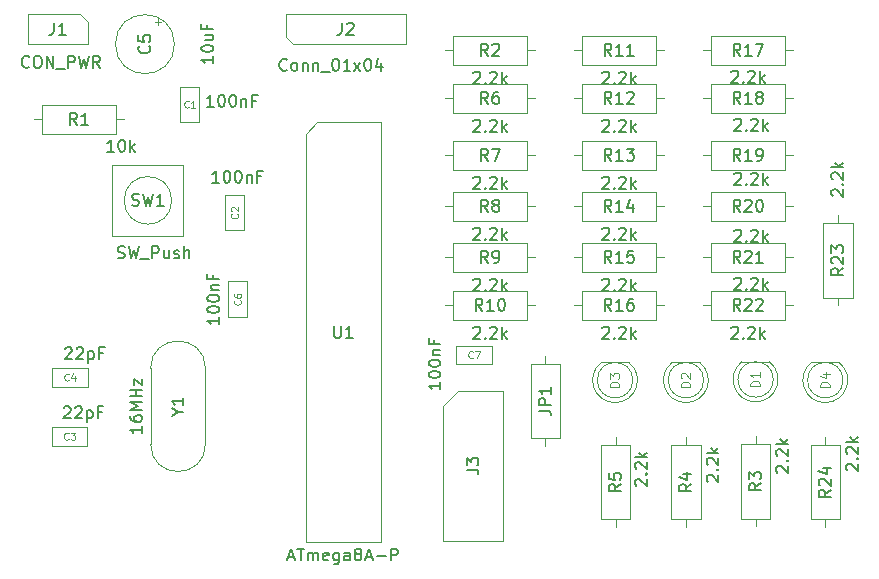
<source format=gbr>
%TF.GenerationSoftware,KiCad,Pcbnew,9.0.2+dfsg-1*%
%TF.CreationDate,2025-09-03T01:51:33+05:30*%
%TF.ProjectId,scopetester_v1,73636f70-6574-4657-9374-65725f76312e,rev?*%
%TF.SameCoordinates,Original*%
%TF.FileFunction,AssemblyDrawing,Top*%
%FSLAX46Y46*%
G04 Gerber Fmt 4.6, Leading zero omitted, Abs format (unit mm)*
G04 Created by KiCad (PCBNEW 9.0.2+dfsg-1) date 2025-09-03 01:51:33*
%MOMM*%
%LPD*%
G01*
G04 APERTURE LIST*
%ADD10C,0.150000*%
%ADD11C,0.090000*%
%ADD12C,0.120000*%
%ADD13C,0.100000*%
G04 APERTURE END LIST*
D10*
X125524819Y-99513333D02*
X126239104Y-99513333D01*
X126239104Y-99513333D02*
X126381961Y-99560952D01*
X126381961Y-99560952D02*
X126477200Y-99656190D01*
X126477200Y-99656190D02*
X126524819Y-99799047D01*
X126524819Y-99799047D02*
X126524819Y-99894285D01*
X125524819Y-99132380D02*
X125524819Y-98513333D01*
X125524819Y-98513333D02*
X125905771Y-98846666D01*
X125905771Y-98846666D02*
X125905771Y-98703809D01*
X125905771Y-98703809D02*
X125953390Y-98608571D01*
X125953390Y-98608571D02*
X126001009Y-98560952D01*
X126001009Y-98560952D02*
X126096247Y-98513333D01*
X126096247Y-98513333D02*
X126334342Y-98513333D01*
X126334342Y-98513333D02*
X126429580Y-98560952D01*
X126429580Y-98560952D02*
X126477200Y-98608571D01*
X126477200Y-98608571D02*
X126524819Y-98703809D01*
X126524819Y-98703809D02*
X126524819Y-98989523D01*
X126524819Y-98989523D02*
X126477200Y-99084761D01*
X126477200Y-99084761D02*
X126429580Y-99132380D01*
X110429143Y-106903104D02*
X110905333Y-106903104D01*
X110333905Y-107188819D02*
X110667238Y-106188819D01*
X110667238Y-106188819D02*
X111000571Y-107188819D01*
X111191048Y-106188819D02*
X111762476Y-106188819D01*
X111476762Y-107188819D02*
X111476762Y-106188819D01*
X112095810Y-107188819D02*
X112095810Y-106522152D01*
X112095810Y-106617390D02*
X112143429Y-106569771D01*
X112143429Y-106569771D02*
X112238667Y-106522152D01*
X112238667Y-106522152D02*
X112381524Y-106522152D01*
X112381524Y-106522152D02*
X112476762Y-106569771D01*
X112476762Y-106569771D02*
X112524381Y-106665009D01*
X112524381Y-106665009D02*
X112524381Y-107188819D01*
X112524381Y-106665009D02*
X112572000Y-106569771D01*
X112572000Y-106569771D02*
X112667238Y-106522152D01*
X112667238Y-106522152D02*
X112810095Y-106522152D01*
X112810095Y-106522152D02*
X112905334Y-106569771D01*
X112905334Y-106569771D02*
X112952953Y-106665009D01*
X112952953Y-106665009D02*
X112952953Y-107188819D01*
X113810095Y-107141200D02*
X113714857Y-107188819D01*
X113714857Y-107188819D02*
X113524381Y-107188819D01*
X113524381Y-107188819D02*
X113429143Y-107141200D01*
X113429143Y-107141200D02*
X113381524Y-107045961D01*
X113381524Y-107045961D02*
X113381524Y-106665009D01*
X113381524Y-106665009D02*
X113429143Y-106569771D01*
X113429143Y-106569771D02*
X113524381Y-106522152D01*
X113524381Y-106522152D02*
X113714857Y-106522152D01*
X113714857Y-106522152D02*
X113810095Y-106569771D01*
X113810095Y-106569771D02*
X113857714Y-106665009D01*
X113857714Y-106665009D02*
X113857714Y-106760247D01*
X113857714Y-106760247D02*
X113381524Y-106855485D01*
X114714857Y-106522152D02*
X114714857Y-107331676D01*
X114714857Y-107331676D02*
X114667238Y-107426914D01*
X114667238Y-107426914D02*
X114619619Y-107474533D01*
X114619619Y-107474533D02*
X114524381Y-107522152D01*
X114524381Y-107522152D02*
X114381524Y-107522152D01*
X114381524Y-107522152D02*
X114286286Y-107474533D01*
X114714857Y-107141200D02*
X114619619Y-107188819D01*
X114619619Y-107188819D02*
X114429143Y-107188819D01*
X114429143Y-107188819D02*
X114333905Y-107141200D01*
X114333905Y-107141200D02*
X114286286Y-107093580D01*
X114286286Y-107093580D02*
X114238667Y-106998342D01*
X114238667Y-106998342D02*
X114238667Y-106712628D01*
X114238667Y-106712628D02*
X114286286Y-106617390D01*
X114286286Y-106617390D02*
X114333905Y-106569771D01*
X114333905Y-106569771D02*
X114429143Y-106522152D01*
X114429143Y-106522152D02*
X114619619Y-106522152D01*
X114619619Y-106522152D02*
X114714857Y-106569771D01*
X115619619Y-107188819D02*
X115619619Y-106665009D01*
X115619619Y-106665009D02*
X115572000Y-106569771D01*
X115572000Y-106569771D02*
X115476762Y-106522152D01*
X115476762Y-106522152D02*
X115286286Y-106522152D01*
X115286286Y-106522152D02*
X115191048Y-106569771D01*
X115619619Y-107141200D02*
X115524381Y-107188819D01*
X115524381Y-107188819D02*
X115286286Y-107188819D01*
X115286286Y-107188819D02*
X115191048Y-107141200D01*
X115191048Y-107141200D02*
X115143429Y-107045961D01*
X115143429Y-107045961D02*
X115143429Y-106950723D01*
X115143429Y-106950723D02*
X115191048Y-106855485D01*
X115191048Y-106855485D02*
X115286286Y-106807866D01*
X115286286Y-106807866D02*
X115524381Y-106807866D01*
X115524381Y-106807866D02*
X115619619Y-106760247D01*
X116238667Y-106617390D02*
X116143429Y-106569771D01*
X116143429Y-106569771D02*
X116095810Y-106522152D01*
X116095810Y-106522152D02*
X116048191Y-106426914D01*
X116048191Y-106426914D02*
X116048191Y-106379295D01*
X116048191Y-106379295D02*
X116095810Y-106284057D01*
X116095810Y-106284057D02*
X116143429Y-106236438D01*
X116143429Y-106236438D02*
X116238667Y-106188819D01*
X116238667Y-106188819D02*
X116429143Y-106188819D01*
X116429143Y-106188819D02*
X116524381Y-106236438D01*
X116524381Y-106236438D02*
X116572000Y-106284057D01*
X116572000Y-106284057D02*
X116619619Y-106379295D01*
X116619619Y-106379295D02*
X116619619Y-106426914D01*
X116619619Y-106426914D02*
X116572000Y-106522152D01*
X116572000Y-106522152D02*
X116524381Y-106569771D01*
X116524381Y-106569771D02*
X116429143Y-106617390D01*
X116429143Y-106617390D02*
X116238667Y-106617390D01*
X116238667Y-106617390D02*
X116143429Y-106665009D01*
X116143429Y-106665009D02*
X116095810Y-106712628D01*
X116095810Y-106712628D02*
X116048191Y-106807866D01*
X116048191Y-106807866D02*
X116048191Y-106998342D01*
X116048191Y-106998342D02*
X116095810Y-107093580D01*
X116095810Y-107093580D02*
X116143429Y-107141200D01*
X116143429Y-107141200D02*
X116238667Y-107188819D01*
X116238667Y-107188819D02*
X116429143Y-107188819D01*
X116429143Y-107188819D02*
X116524381Y-107141200D01*
X116524381Y-107141200D02*
X116572000Y-107093580D01*
X116572000Y-107093580D02*
X116619619Y-106998342D01*
X116619619Y-106998342D02*
X116619619Y-106807866D01*
X116619619Y-106807866D02*
X116572000Y-106712628D01*
X116572000Y-106712628D02*
X116524381Y-106665009D01*
X116524381Y-106665009D02*
X116429143Y-106617390D01*
X117000572Y-106903104D02*
X117476762Y-106903104D01*
X116905334Y-107188819D02*
X117238667Y-106188819D01*
X117238667Y-106188819D02*
X117572000Y-107188819D01*
X117905334Y-106807866D02*
X118667239Y-106807866D01*
X119143429Y-107188819D02*
X119143429Y-106188819D01*
X119143429Y-106188819D02*
X119524381Y-106188819D01*
X119524381Y-106188819D02*
X119619619Y-106236438D01*
X119619619Y-106236438D02*
X119667238Y-106284057D01*
X119667238Y-106284057D02*
X119714857Y-106379295D01*
X119714857Y-106379295D02*
X119714857Y-106522152D01*
X119714857Y-106522152D02*
X119667238Y-106617390D01*
X119667238Y-106617390D02*
X119619619Y-106665009D01*
X119619619Y-106665009D02*
X119524381Y-106712628D01*
X119524381Y-106712628D02*
X119143429Y-106712628D01*
X114310095Y-87348819D02*
X114310095Y-88158342D01*
X114310095Y-88158342D02*
X114357714Y-88253580D01*
X114357714Y-88253580D02*
X114405333Y-88301200D01*
X114405333Y-88301200D02*
X114500571Y-88348819D01*
X114500571Y-88348819D02*
X114691047Y-88348819D01*
X114691047Y-88348819D02*
X114786285Y-88301200D01*
X114786285Y-88301200D02*
X114833904Y-88253580D01*
X114833904Y-88253580D02*
X114881523Y-88158342D01*
X114881523Y-88158342D02*
X114881523Y-87348819D01*
X115881523Y-88348819D02*
X115310095Y-88348819D01*
X115595809Y-88348819D02*
X115595809Y-87348819D01*
X115595809Y-87348819D02*
X115500571Y-87491676D01*
X115500571Y-87491676D02*
X115405333Y-87586914D01*
X115405333Y-87586914D02*
X115310095Y-87634533D01*
X104576819Y-86617619D02*
X104576819Y-87189047D01*
X104576819Y-86903333D02*
X103576819Y-86903333D01*
X103576819Y-86903333D02*
X103719676Y-86998571D01*
X103719676Y-86998571D02*
X103814914Y-87093809D01*
X103814914Y-87093809D02*
X103862533Y-87189047D01*
X103576819Y-85998571D02*
X103576819Y-85903333D01*
X103576819Y-85903333D02*
X103624438Y-85808095D01*
X103624438Y-85808095D02*
X103672057Y-85760476D01*
X103672057Y-85760476D02*
X103767295Y-85712857D01*
X103767295Y-85712857D02*
X103957771Y-85665238D01*
X103957771Y-85665238D02*
X104195866Y-85665238D01*
X104195866Y-85665238D02*
X104386342Y-85712857D01*
X104386342Y-85712857D02*
X104481580Y-85760476D01*
X104481580Y-85760476D02*
X104529200Y-85808095D01*
X104529200Y-85808095D02*
X104576819Y-85903333D01*
X104576819Y-85903333D02*
X104576819Y-85998571D01*
X104576819Y-85998571D02*
X104529200Y-86093809D01*
X104529200Y-86093809D02*
X104481580Y-86141428D01*
X104481580Y-86141428D02*
X104386342Y-86189047D01*
X104386342Y-86189047D02*
X104195866Y-86236666D01*
X104195866Y-86236666D02*
X103957771Y-86236666D01*
X103957771Y-86236666D02*
X103767295Y-86189047D01*
X103767295Y-86189047D02*
X103672057Y-86141428D01*
X103672057Y-86141428D02*
X103624438Y-86093809D01*
X103624438Y-86093809D02*
X103576819Y-85998571D01*
X103576819Y-85046190D02*
X103576819Y-84950952D01*
X103576819Y-84950952D02*
X103624438Y-84855714D01*
X103624438Y-84855714D02*
X103672057Y-84808095D01*
X103672057Y-84808095D02*
X103767295Y-84760476D01*
X103767295Y-84760476D02*
X103957771Y-84712857D01*
X103957771Y-84712857D02*
X104195866Y-84712857D01*
X104195866Y-84712857D02*
X104386342Y-84760476D01*
X104386342Y-84760476D02*
X104481580Y-84808095D01*
X104481580Y-84808095D02*
X104529200Y-84855714D01*
X104529200Y-84855714D02*
X104576819Y-84950952D01*
X104576819Y-84950952D02*
X104576819Y-85046190D01*
X104576819Y-85046190D02*
X104529200Y-85141428D01*
X104529200Y-85141428D02*
X104481580Y-85189047D01*
X104481580Y-85189047D02*
X104386342Y-85236666D01*
X104386342Y-85236666D02*
X104195866Y-85284285D01*
X104195866Y-85284285D02*
X103957771Y-85284285D01*
X103957771Y-85284285D02*
X103767295Y-85236666D01*
X103767295Y-85236666D02*
X103672057Y-85189047D01*
X103672057Y-85189047D02*
X103624438Y-85141428D01*
X103624438Y-85141428D02*
X103576819Y-85046190D01*
X103910152Y-84284285D02*
X104576819Y-84284285D01*
X104005390Y-84284285D02*
X103957771Y-84236666D01*
X103957771Y-84236666D02*
X103910152Y-84141428D01*
X103910152Y-84141428D02*
X103910152Y-83998571D01*
X103910152Y-83998571D02*
X103957771Y-83903333D01*
X103957771Y-83903333D02*
X104053009Y-83855714D01*
X104053009Y-83855714D02*
X104576819Y-83855714D01*
X104053009Y-83046190D02*
X104053009Y-83379523D01*
X104576819Y-83379523D02*
X103576819Y-83379523D01*
X103576819Y-83379523D02*
X103576819Y-82903333D01*
D11*
X106387748Y-85169999D02*
X106416320Y-85198571D01*
X106416320Y-85198571D02*
X106444891Y-85284285D01*
X106444891Y-85284285D02*
X106444891Y-85341428D01*
X106444891Y-85341428D02*
X106416320Y-85427142D01*
X106416320Y-85427142D02*
X106359177Y-85484285D01*
X106359177Y-85484285D02*
X106302034Y-85512856D01*
X106302034Y-85512856D02*
X106187748Y-85541428D01*
X106187748Y-85541428D02*
X106102034Y-85541428D01*
X106102034Y-85541428D02*
X105987748Y-85512856D01*
X105987748Y-85512856D02*
X105930605Y-85484285D01*
X105930605Y-85484285D02*
X105873462Y-85427142D01*
X105873462Y-85427142D02*
X105844891Y-85341428D01*
X105844891Y-85341428D02*
X105844891Y-85284285D01*
X105844891Y-85284285D02*
X105873462Y-85198571D01*
X105873462Y-85198571D02*
X105902034Y-85169999D01*
X105844891Y-84655714D02*
X105844891Y-84769999D01*
X105844891Y-84769999D02*
X105873462Y-84827142D01*
X105873462Y-84827142D02*
X105902034Y-84855714D01*
X105902034Y-84855714D02*
X105987748Y-84912856D01*
X105987748Y-84912856D02*
X106102034Y-84941428D01*
X106102034Y-84941428D02*
X106330605Y-84941428D01*
X106330605Y-84941428D02*
X106387748Y-84912856D01*
X106387748Y-84912856D02*
X106416320Y-84884285D01*
X106416320Y-84884285D02*
X106444891Y-84827142D01*
X106444891Y-84827142D02*
X106444891Y-84712856D01*
X106444891Y-84712856D02*
X106416320Y-84655714D01*
X106416320Y-84655714D02*
X106387748Y-84627142D01*
X106387748Y-84627142D02*
X106330605Y-84598571D01*
X106330605Y-84598571D02*
X106187748Y-84598571D01*
X106187748Y-84598571D02*
X106130605Y-84627142D01*
X106130605Y-84627142D02*
X106102034Y-84655714D01*
X106102034Y-84655714D02*
X106073462Y-84712856D01*
X106073462Y-84712856D02*
X106073462Y-84827142D01*
X106073462Y-84827142D02*
X106102034Y-84884285D01*
X106102034Y-84884285D02*
X106130605Y-84912856D01*
X106130605Y-84912856D02*
X106187748Y-84941428D01*
D10*
X131654819Y-94523333D02*
X132369104Y-94523333D01*
X132369104Y-94523333D02*
X132511961Y-94570952D01*
X132511961Y-94570952D02*
X132607200Y-94666190D01*
X132607200Y-94666190D02*
X132654819Y-94809047D01*
X132654819Y-94809047D02*
X132654819Y-94904285D01*
X132654819Y-94047142D02*
X131654819Y-94047142D01*
X131654819Y-94047142D02*
X131654819Y-93666190D01*
X131654819Y-93666190D02*
X131702438Y-93570952D01*
X131702438Y-93570952D02*
X131750057Y-93523333D01*
X131750057Y-93523333D02*
X131845295Y-93475714D01*
X131845295Y-93475714D02*
X131988152Y-93475714D01*
X131988152Y-93475714D02*
X132083390Y-93523333D01*
X132083390Y-93523333D02*
X132131009Y-93570952D01*
X132131009Y-93570952D02*
X132178628Y-93666190D01*
X132178628Y-93666190D02*
X132178628Y-94047142D01*
X132654819Y-92523333D02*
X132654819Y-93094761D01*
X132654819Y-92809047D02*
X131654819Y-92809047D01*
X131654819Y-92809047D02*
X131797676Y-92904285D01*
X131797676Y-92904285D02*
X131892914Y-92999523D01*
X131892914Y-92999523D02*
X131940533Y-93094761D01*
X126103238Y-79136057D02*
X126150857Y-79088438D01*
X126150857Y-79088438D02*
X126246095Y-79040819D01*
X126246095Y-79040819D02*
X126484190Y-79040819D01*
X126484190Y-79040819D02*
X126579428Y-79088438D01*
X126579428Y-79088438D02*
X126627047Y-79136057D01*
X126627047Y-79136057D02*
X126674666Y-79231295D01*
X126674666Y-79231295D02*
X126674666Y-79326533D01*
X126674666Y-79326533D02*
X126627047Y-79469390D01*
X126627047Y-79469390D02*
X126055619Y-80040819D01*
X126055619Y-80040819D02*
X126674666Y-80040819D01*
X127103238Y-79945580D02*
X127150857Y-79993200D01*
X127150857Y-79993200D02*
X127103238Y-80040819D01*
X127103238Y-80040819D02*
X127055619Y-79993200D01*
X127055619Y-79993200D02*
X127103238Y-79945580D01*
X127103238Y-79945580D02*
X127103238Y-80040819D01*
X127531809Y-79136057D02*
X127579428Y-79088438D01*
X127579428Y-79088438D02*
X127674666Y-79040819D01*
X127674666Y-79040819D02*
X127912761Y-79040819D01*
X127912761Y-79040819D02*
X128007999Y-79088438D01*
X128007999Y-79088438D02*
X128055618Y-79136057D01*
X128055618Y-79136057D02*
X128103237Y-79231295D01*
X128103237Y-79231295D02*
X128103237Y-79326533D01*
X128103237Y-79326533D02*
X128055618Y-79469390D01*
X128055618Y-79469390D02*
X127484190Y-80040819D01*
X127484190Y-80040819D02*
X128103237Y-80040819D01*
X128531809Y-80040819D02*
X128531809Y-79040819D01*
X128627047Y-79659866D02*
X128912761Y-80040819D01*
X128912761Y-79374152D02*
X128531809Y-79755104D01*
X127341333Y-77670819D02*
X127008000Y-77194628D01*
X126769905Y-77670819D02*
X126769905Y-76670819D01*
X126769905Y-76670819D02*
X127150857Y-76670819D01*
X127150857Y-76670819D02*
X127246095Y-76718438D01*
X127246095Y-76718438D02*
X127293714Y-76766057D01*
X127293714Y-76766057D02*
X127341333Y-76861295D01*
X127341333Y-76861295D02*
X127341333Y-77004152D01*
X127341333Y-77004152D02*
X127293714Y-77099390D01*
X127293714Y-77099390D02*
X127246095Y-77147009D01*
X127246095Y-77147009D02*
X127150857Y-77194628D01*
X127150857Y-77194628D02*
X126769905Y-77194628D01*
X127912762Y-77099390D02*
X127817524Y-77051771D01*
X127817524Y-77051771D02*
X127769905Y-77004152D01*
X127769905Y-77004152D02*
X127722286Y-76908914D01*
X127722286Y-76908914D02*
X127722286Y-76861295D01*
X127722286Y-76861295D02*
X127769905Y-76766057D01*
X127769905Y-76766057D02*
X127817524Y-76718438D01*
X127817524Y-76718438D02*
X127912762Y-76670819D01*
X127912762Y-76670819D02*
X128103238Y-76670819D01*
X128103238Y-76670819D02*
X128198476Y-76718438D01*
X128198476Y-76718438D02*
X128246095Y-76766057D01*
X128246095Y-76766057D02*
X128293714Y-76861295D01*
X128293714Y-76861295D02*
X128293714Y-76908914D01*
X128293714Y-76908914D02*
X128246095Y-77004152D01*
X128246095Y-77004152D02*
X128198476Y-77051771D01*
X128198476Y-77051771D02*
X128103238Y-77099390D01*
X128103238Y-77099390D02*
X127912762Y-77099390D01*
X127912762Y-77099390D02*
X127817524Y-77147009D01*
X127817524Y-77147009D02*
X127769905Y-77194628D01*
X127769905Y-77194628D02*
X127722286Y-77289866D01*
X127722286Y-77289866D02*
X127722286Y-77480342D01*
X127722286Y-77480342D02*
X127769905Y-77575580D01*
X127769905Y-77575580D02*
X127817524Y-77623200D01*
X127817524Y-77623200D02*
X127912762Y-77670819D01*
X127912762Y-77670819D02*
X128103238Y-77670819D01*
X128103238Y-77670819D02*
X128198476Y-77623200D01*
X128198476Y-77623200D02*
X128246095Y-77575580D01*
X128246095Y-77575580D02*
X128293714Y-77480342D01*
X128293714Y-77480342D02*
X128293714Y-77289866D01*
X128293714Y-77289866D02*
X128246095Y-77194628D01*
X128246095Y-77194628D02*
X128198476Y-77147009D01*
X128198476Y-77147009D02*
X128103238Y-77099390D01*
X139898057Y-100870761D02*
X139850438Y-100823142D01*
X139850438Y-100823142D02*
X139802819Y-100727904D01*
X139802819Y-100727904D02*
X139802819Y-100489809D01*
X139802819Y-100489809D02*
X139850438Y-100394571D01*
X139850438Y-100394571D02*
X139898057Y-100346952D01*
X139898057Y-100346952D02*
X139993295Y-100299333D01*
X139993295Y-100299333D02*
X140088533Y-100299333D01*
X140088533Y-100299333D02*
X140231390Y-100346952D01*
X140231390Y-100346952D02*
X140802819Y-100918380D01*
X140802819Y-100918380D02*
X140802819Y-100299333D01*
X140707580Y-99870761D02*
X140755200Y-99823142D01*
X140755200Y-99823142D02*
X140802819Y-99870761D01*
X140802819Y-99870761D02*
X140755200Y-99918380D01*
X140755200Y-99918380D02*
X140707580Y-99870761D01*
X140707580Y-99870761D02*
X140802819Y-99870761D01*
X139898057Y-99442190D02*
X139850438Y-99394571D01*
X139850438Y-99394571D02*
X139802819Y-99299333D01*
X139802819Y-99299333D02*
X139802819Y-99061238D01*
X139802819Y-99061238D02*
X139850438Y-98966000D01*
X139850438Y-98966000D02*
X139898057Y-98918381D01*
X139898057Y-98918381D02*
X139993295Y-98870762D01*
X139993295Y-98870762D02*
X140088533Y-98870762D01*
X140088533Y-98870762D02*
X140231390Y-98918381D01*
X140231390Y-98918381D02*
X140802819Y-99489809D01*
X140802819Y-99489809D02*
X140802819Y-98870762D01*
X140802819Y-98442190D02*
X139802819Y-98442190D01*
X140421866Y-98346952D02*
X140802819Y-98061238D01*
X140136152Y-98061238D02*
X140517104Y-98442190D01*
X138602819Y-100732666D02*
X138126628Y-101065999D01*
X138602819Y-101304094D02*
X137602819Y-101304094D01*
X137602819Y-101304094D02*
X137602819Y-100923142D01*
X137602819Y-100923142D02*
X137650438Y-100827904D01*
X137650438Y-100827904D02*
X137698057Y-100780285D01*
X137698057Y-100780285D02*
X137793295Y-100732666D01*
X137793295Y-100732666D02*
X137936152Y-100732666D01*
X137936152Y-100732666D02*
X138031390Y-100780285D01*
X138031390Y-100780285D02*
X138079009Y-100827904D01*
X138079009Y-100827904D02*
X138126628Y-100923142D01*
X138126628Y-100923142D02*
X138126628Y-101304094D01*
X137602819Y-99827904D02*
X137602819Y-100304094D01*
X137602819Y-100304094D02*
X138079009Y-100351713D01*
X138079009Y-100351713D02*
X138031390Y-100304094D01*
X138031390Y-100304094D02*
X137983771Y-100208856D01*
X137983771Y-100208856D02*
X137983771Y-99970761D01*
X137983771Y-99970761D02*
X138031390Y-99875523D01*
X138031390Y-99875523D02*
X138079009Y-99827904D01*
X138079009Y-99827904D02*
X138174247Y-99780285D01*
X138174247Y-99780285D02*
X138412342Y-99780285D01*
X138412342Y-99780285D02*
X138507580Y-99827904D01*
X138507580Y-99827904D02*
X138555200Y-99875523D01*
X138555200Y-99875523D02*
X138602819Y-99970761D01*
X138602819Y-99970761D02*
X138602819Y-100208856D01*
X138602819Y-100208856D02*
X138555200Y-100304094D01*
X138555200Y-100304094D02*
X138507580Y-100351713D01*
D12*
X150363855Y-92460255D02*
X149563855Y-92460255D01*
X149563855Y-92460255D02*
X149563855Y-92269779D01*
X149563855Y-92269779D02*
X149601950Y-92155493D01*
X149601950Y-92155493D02*
X149678140Y-92079303D01*
X149678140Y-92079303D02*
X149754331Y-92041208D01*
X149754331Y-92041208D02*
X149906712Y-92003112D01*
X149906712Y-92003112D02*
X150020998Y-92003112D01*
X150020998Y-92003112D02*
X150173379Y-92041208D01*
X150173379Y-92041208D02*
X150249569Y-92079303D01*
X150249569Y-92079303D02*
X150325760Y-92155493D01*
X150325760Y-92155493D02*
X150363855Y-92269779D01*
X150363855Y-92269779D02*
X150363855Y-92460255D01*
X150363855Y-91241208D02*
X150363855Y-91698351D01*
X150363855Y-91469779D02*
X149563855Y-91469779D01*
X149563855Y-91469779D02*
X149678140Y-91545970D01*
X149678140Y-91545970D02*
X149754331Y-91622160D01*
X149754331Y-91622160D02*
X149792426Y-91698351D01*
D10*
X98029819Y-95830476D02*
X98029819Y-96401904D01*
X98029819Y-96116190D02*
X97029819Y-96116190D01*
X97029819Y-96116190D02*
X97172676Y-96211428D01*
X97172676Y-96211428D02*
X97267914Y-96306666D01*
X97267914Y-96306666D02*
X97315533Y-96401904D01*
X97029819Y-94973333D02*
X97029819Y-95163809D01*
X97029819Y-95163809D02*
X97077438Y-95259047D01*
X97077438Y-95259047D02*
X97125057Y-95306666D01*
X97125057Y-95306666D02*
X97267914Y-95401904D01*
X97267914Y-95401904D02*
X97458390Y-95449523D01*
X97458390Y-95449523D02*
X97839342Y-95449523D01*
X97839342Y-95449523D02*
X97934580Y-95401904D01*
X97934580Y-95401904D02*
X97982200Y-95354285D01*
X97982200Y-95354285D02*
X98029819Y-95259047D01*
X98029819Y-95259047D02*
X98029819Y-95068571D01*
X98029819Y-95068571D02*
X97982200Y-94973333D01*
X97982200Y-94973333D02*
X97934580Y-94925714D01*
X97934580Y-94925714D02*
X97839342Y-94878095D01*
X97839342Y-94878095D02*
X97601247Y-94878095D01*
X97601247Y-94878095D02*
X97506009Y-94925714D01*
X97506009Y-94925714D02*
X97458390Y-94973333D01*
X97458390Y-94973333D02*
X97410771Y-95068571D01*
X97410771Y-95068571D02*
X97410771Y-95259047D01*
X97410771Y-95259047D02*
X97458390Y-95354285D01*
X97458390Y-95354285D02*
X97506009Y-95401904D01*
X97506009Y-95401904D02*
X97601247Y-95449523D01*
X98029819Y-94449523D02*
X97029819Y-94449523D01*
X97029819Y-94449523D02*
X97744104Y-94116190D01*
X97744104Y-94116190D02*
X97029819Y-93782857D01*
X97029819Y-93782857D02*
X98029819Y-93782857D01*
X98029819Y-93306666D02*
X97029819Y-93306666D01*
X97506009Y-93306666D02*
X97506009Y-92735238D01*
X98029819Y-92735238D02*
X97029819Y-92735238D01*
X97363152Y-92354285D02*
X97363152Y-91830476D01*
X97363152Y-91830476D02*
X98029819Y-92354285D01*
X98029819Y-92354285D02*
X98029819Y-91830476D01*
X101078628Y-94626190D02*
X101554819Y-94626190D01*
X100554819Y-94959523D02*
X101078628Y-94626190D01*
X101078628Y-94626190D02*
X100554819Y-94292857D01*
X101554819Y-93435714D02*
X101554819Y-94007142D01*
X101554819Y-93721428D02*
X100554819Y-93721428D01*
X100554819Y-93721428D02*
X100697676Y-93816666D01*
X100697676Y-93816666D02*
X100792914Y-93911904D01*
X100792914Y-93911904D02*
X100840533Y-94007142D01*
X126103238Y-83454057D02*
X126150857Y-83406438D01*
X126150857Y-83406438D02*
X126246095Y-83358819D01*
X126246095Y-83358819D02*
X126484190Y-83358819D01*
X126484190Y-83358819D02*
X126579428Y-83406438D01*
X126579428Y-83406438D02*
X126627047Y-83454057D01*
X126627047Y-83454057D02*
X126674666Y-83549295D01*
X126674666Y-83549295D02*
X126674666Y-83644533D01*
X126674666Y-83644533D02*
X126627047Y-83787390D01*
X126627047Y-83787390D02*
X126055619Y-84358819D01*
X126055619Y-84358819D02*
X126674666Y-84358819D01*
X127103238Y-84263580D02*
X127150857Y-84311200D01*
X127150857Y-84311200D02*
X127103238Y-84358819D01*
X127103238Y-84358819D02*
X127055619Y-84311200D01*
X127055619Y-84311200D02*
X127103238Y-84263580D01*
X127103238Y-84263580D02*
X127103238Y-84358819D01*
X127531809Y-83454057D02*
X127579428Y-83406438D01*
X127579428Y-83406438D02*
X127674666Y-83358819D01*
X127674666Y-83358819D02*
X127912761Y-83358819D01*
X127912761Y-83358819D02*
X128007999Y-83406438D01*
X128007999Y-83406438D02*
X128055618Y-83454057D01*
X128055618Y-83454057D02*
X128103237Y-83549295D01*
X128103237Y-83549295D02*
X128103237Y-83644533D01*
X128103237Y-83644533D02*
X128055618Y-83787390D01*
X128055618Y-83787390D02*
X127484190Y-84358819D01*
X127484190Y-84358819D02*
X128103237Y-84358819D01*
X128531809Y-84358819D02*
X128531809Y-83358819D01*
X128627047Y-83977866D02*
X128912761Y-84358819D01*
X128912761Y-83692152D02*
X128531809Y-84073104D01*
X127341333Y-81988819D02*
X127008000Y-81512628D01*
X126769905Y-81988819D02*
X126769905Y-80988819D01*
X126769905Y-80988819D02*
X127150857Y-80988819D01*
X127150857Y-80988819D02*
X127246095Y-81036438D01*
X127246095Y-81036438D02*
X127293714Y-81084057D01*
X127293714Y-81084057D02*
X127341333Y-81179295D01*
X127341333Y-81179295D02*
X127341333Y-81322152D01*
X127341333Y-81322152D02*
X127293714Y-81417390D01*
X127293714Y-81417390D02*
X127246095Y-81465009D01*
X127246095Y-81465009D02*
X127150857Y-81512628D01*
X127150857Y-81512628D02*
X126769905Y-81512628D01*
X127817524Y-81988819D02*
X128008000Y-81988819D01*
X128008000Y-81988819D02*
X128103238Y-81941200D01*
X128103238Y-81941200D02*
X128150857Y-81893580D01*
X128150857Y-81893580D02*
X128246095Y-81750723D01*
X128246095Y-81750723D02*
X128293714Y-81560247D01*
X128293714Y-81560247D02*
X128293714Y-81179295D01*
X128293714Y-81179295D02*
X128246095Y-81084057D01*
X128246095Y-81084057D02*
X128198476Y-81036438D01*
X128198476Y-81036438D02*
X128103238Y-80988819D01*
X128103238Y-80988819D02*
X127912762Y-80988819D01*
X127912762Y-80988819D02*
X127817524Y-81036438D01*
X127817524Y-81036438D02*
X127769905Y-81084057D01*
X127769905Y-81084057D02*
X127722286Y-81179295D01*
X127722286Y-81179295D02*
X127722286Y-81417390D01*
X127722286Y-81417390D02*
X127769905Y-81512628D01*
X127769905Y-81512628D02*
X127817524Y-81560247D01*
X127817524Y-81560247D02*
X127912762Y-81607866D01*
X127912762Y-81607866D02*
X128103238Y-81607866D01*
X128103238Y-81607866D02*
X128198476Y-81560247D01*
X128198476Y-81560247D02*
X128246095Y-81512628D01*
X128246095Y-81512628D02*
X128293714Y-81417390D01*
X156522057Y-76334761D02*
X156474438Y-76287142D01*
X156474438Y-76287142D02*
X156426819Y-76191904D01*
X156426819Y-76191904D02*
X156426819Y-75953809D01*
X156426819Y-75953809D02*
X156474438Y-75858571D01*
X156474438Y-75858571D02*
X156522057Y-75810952D01*
X156522057Y-75810952D02*
X156617295Y-75763333D01*
X156617295Y-75763333D02*
X156712533Y-75763333D01*
X156712533Y-75763333D02*
X156855390Y-75810952D01*
X156855390Y-75810952D02*
X157426819Y-76382380D01*
X157426819Y-76382380D02*
X157426819Y-75763333D01*
X157331580Y-75334761D02*
X157379200Y-75287142D01*
X157379200Y-75287142D02*
X157426819Y-75334761D01*
X157426819Y-75334761D02*
X157379200Y-75382380D01*
X157379200Y-75382380D02*
X157331580Y-75334761D01*
X157331580Y-75334761D02*
X157426819Y-75334761D01*
X156522057Y-74906190D02*
X156474438Y-74858571D01*
X156474438Y-74858571D02*
X156426819Y-74763333D01*
X156426819Y-74763333D02*
X156426819Y-74525238D01*
X156426819Y-74525238D02*
X156474438Y-74430000D01*
X156474438Y-74430000D02*
X156522057Y-74382381D01*
X156522057Y-74382381D02*
X156617295Y-74334762D01*
X156617295Y-74334762D02*
X156712533Y-74334762D01*
X156712533Y-74334762D02*
X156855390Y-74382381D01*
X156855390Y-74382381D02*
X157426819Y-74953809D01*
X157426819Y-74953809D02*
X157426819Y-74334762D01*
X157426819Y-73906190D02*
X156426819Y-73906190D01*
X157045866Y-73810952D02*
X157426819Y-73525238D01*
X156760152Y-73525238D02*
X157141104Y-73906190D01*
X157426819Y-82430857D02*
X156950628Y-82764190D01*
X157426819Y-83002285D02*
X156426819Y-83002285D01*
X156426819Y-83002285D02*
X156426819Y-82621333D01*
X156426819Y-82621333D02*
X156474438Y-82526095D01*
X156474438Y-82526095D02*
X156522057Y-82478476D01*
X156522057Y-82478476D02*
X156617295Y-82430857D01*
X156617295Y-82430857D02*
X156760152Y-82430857D01*
X156760152Y-82430857D02*
X156855390Y-82478476D01*
X156855390Y-82478476D02*
X156903009Y-82526095D01*
X156903009Y-82526095D02*
X156950628Y-82621333D01*
X156950628Y-82621333D02*
X156950628Y-83002285D01*
X156522057Y-82049904D02*
X156474438Y-82002285D01*
X156474438Y-82002285D02*
X156426819Y-81907047D01*
X156426819Y-81907047D02*
X156426819Y-81668952D01*
X156426819Y-81668952D02*
X156474438Y-81573714D01*
X156474438Y-81573714D02*
X156522057Y-81526095D01*
X156522057Y-81526095D02*
X156617295Y-81478476D01*
X156617295Y-81478476D02*
X156712533Y-81478476D01*
X156712533Y-81478476D02*
X156855390Y-81526095D01*
X156855390Y-81526095D02*
X157426819Y-82097523D01*
X157426819Y-82097523D02*
X157426819Y-81478476D01*
X156426819Y-81145142D02*
X156426819Y-80526095D01*
X156426819Y-80526095D02*
X156807771Y-80859428D01*
X156807771Y-80859428D02*
X156807771Y-80716571D01*
X156807771Y-80716571D02*
X156855390Y-80621333D01*
X156855390Y-80621333D02*
X156903009Y-80573714D01*
X156903009Y-80573714D02*
X156998247Y-80526095D01*
X156998247Y-80526095D02*
X157236342Y-80526095D01*
X157236342Y-80526095D02*
X157331580Y-80573714D01*
X157331580Y-80573714D02*
X157379200Y-80621333D01*
X157379200Y-80621333D02*
X157426819Y-80716571D01*
X157426819Y-80716571D02*
X157426819Y-81002285D01*
X157426819Y-81002285D02*
X157379200Y-81097523D01*
X157379200Y-81097523D02*
X157331580Y-81145142D01*
X137025238Y-69992057D02*
X137072857Y-69944438D01*
X137072857Y-69944438D02*
X137168095Y-69896819D01*
X137168095Y-69896819D02*
X137406190Y-69896819D01*
X137406190Y-69896819D02*
X137501428Y-69944438D01*
X137501428Y-69944438D02*
X137549047Y-69992057D01*
X137549047Y-69992057D02*
X137596666Y-70087295D01*
X137596666Y-70087295D02*
X137596666Y-70182533D01*
X137596666Y-70182533D02*
X137549047Y-70325390D01*
X137549047Y-70325390D02*
X136977619Y-70896819D01*
X136977619Y-70896819D02*
X137596666Y-70896819D01*
X138025238Y-70801580D02*
X138072857Y-70849200D01*
X138072857Y-70849200D02*
X138025238Y-70896819D01*
X138025238Y-70896819D02*
X137977619Y-70849200D01*
X137977619Y-70849200D02*
X138025238Y-70801580D01*
X138025238Y-70801580D02*
X138025238Y-70896819D01*
X138453809Y-69992057D02*
X138501428Y-69944438D01*
X138501428Y-69944438D02*
X138596666Y-69896819D01*
X138596666Y-69896819D02*
X138834761Y-69896819D01*
X138834761Y-69896819D02*
X138929999Y-69944438D01*
X138929999Y-69944438D02*
X138977618Y-69992057D01*
X138977618Y-69992057D02*
X139025237Y-70087295D01*
X139025237Y-70087295D02*
X139025237Y-70182533D01*
X139025237Y-70182533D02*
X138977618Y-70325390D01*
X138977618Y-70325390D02*
X138406190Y-70896819D01*
X138406190Y-70896819D02*
X139025237Y-70896819D01*
X139453809Y-70896819D02*
X139453809Y-69896819D01*
X139549047Y-70515866D02*
X139834761Y-70896819D01*
X139834761Y-70230152D02*
X139453809Y-70611104D01*
X137787142Y-68526819D02*
X137453809Y-68050628D01*
X137215714Y-68526819D02*
X137215714Y-67526819D01*
X137215714Y-67526819D02*
X137596666Y-67526819D01*
X137596666Y-67526819D02*
X137691904Y-67574438D01*
X137691904Y-67574438D02*
X137739523Y-67622057D01*
X137739523Y-67622057D02*
X137787142Y-67717295D01*
X137787142Y-67717295D02*
X137787142Y-67860152D01*
X137787142Y-67860152D02*
X137739523Y-67955390D01*
X137739523Y-67955390D02*
X137691904Y-68003009D01*
X137691904Y-68003009D02*
X137596666Y-68050628D01*
X137596666Y-68050628D02*
X137215714Y-68050628D01*
X138739523Y-68526819D02*
X138168095Y-68526819D01*
X138453809Y-68526819D02*
X138453809Y-67526819D01*
X138453809Y-67526819D02*
X138358571Y-67669676D01*
X138358571Y-67669676D02*
X138263333Y-67764914D01*
X138263333Y-67764914D02*
X138168095Y-67812533D01*
X139120476Y-67622057D02*
X139168095Y-67574438D01*
X139168095Y-67574438D02*
X139263333Y-67526819D01*
X139263333Y-67526819D02*
X139501428Y-67526819D01*
X139501428Y-67526819D02*
X139596666Y-67574438D01*
X139596666Y-67574438D02*
X139644285Y-67622057D01*
X139644285Y-67622057D02*
X139691904Y-67717295D01*
X139691904Y-67717295D02*
X139691904Y-67812533D01*
X139691904Y-67812533D02*
X139644285Y-67955390D01*
X139644285Y-67955390D02*
X139072857Y-68526819D01*
X139072857Y-68526819D02*
X139691904Y-68526819D01*
X148201238Y-83370057D02*
X148248857Y-83322438D01*
X148248857Y-83322438D02*
X148344095Y-83274819D01*
X148344095Y-83274819D02*
X148582190Y-83274819D01*
X148582190Y-83274819D02*
X148677428Y-83322438D01*
X148677428Y-83322438D02*
X148725047Y-83370057D01*
X148725047Y-83370057D02*
X148772666Y-83465295D01*
X148772666Y-83465295D02*
X148772666Y-83560533D01*
X148772666Y-83560533D02*
X148725047Y-83703390D01*
X148725047Y-83703390D02*
X148153619Y-84274819D01*
X148153619Y-84274819D02*
X148772666Y-84274819D01*
X149201238Y-84179580D02*
X149248857Y-84227200D01*
X149248857Y-84227200D02*
X149201238Y-84274819D01*
X149201238Y-84274819D02*
X149153619Y-84227200D01*
X149153619Y-84227200D02*
X149201238Y-84179580D01*
X149201238Y-84179580D02*
X149201238Y-84274819D01*
X149629809Y-83370057D02*
X149677428Y-83322438D01*
X149677428Y-83322438D02*
X149772666Y-83274819D01*
X149772666Y-83274819D02*
X150010761Y-83274819D01*
X150010761Y-83274819D02*
X150105999Y-83322438D01*
X150105999Y-83322438D02*
X150153618Y-83370057D01*
X150153618Y-83370057D02*
X150201237Y-83465295D01*
X150201237Y-83465295D02*
X150201237Y-83560533D01*
X150201237Y-83560533D02*
X150153618Y-83703390D01*
X150153618Y-83703390D02*
X149582190Y-84274819D01*
X149582190Y-84274819D02*
X150201237Y-84274819D01*
X150629809Y-84274819D02*
X150629809Y-83274819D01*
X150725047Y-83893866D02*
X151010761Y-84274819D01*
X151010761Y-83608152D02*
X150629809Y-83989104D01*
X148709142Y-81988819D02*
X148375809Y-81512628D01*
X148137714Y-81988819D02*
X148137714Y-80988819D01*
X148137714Y-80988819D02*
X148518666Y-80988819D01*
X148518666Y-80988819D02*
X148613904Y-81036438D01*
X148613904Y-81036438D02*
X148661523Y-81084057D01*
X148661523Y-81084057D02*
X148709142Y-81179295D01*
X148709142Y-81179295D02*
X148709142Y-81322152D01*
X148709142Y-81322152D02*
X148661523Y-81417390D01*
X148661523Y-81417390D02*
X148613904Y-81465009D01*
X148613904Y-81465009D02*
X148518666Y-81512628D01*
X148518666Y-81512628D02*
X148137714Y-81512628D01*
X149090095Y-81084057D02*
X149137714Y-81036438D01*
X149137714Y-81036438D02*
X149232952Y-80988819D01*
X149232952Y-80988819D02*
X149471047Y-80988819D01*
X149471047Y-80988819D02*
X149566285Y-81036438D01*
X149566285Y-81036438D02*
X149613904Y-81084057D01*
X149613904Y-81084057D02*
X149661523Y-81179295D01*
X149661523Y-81179295D02*
X149661523Y-81274533D01*
X149661523Y-81274533D02*
X149613904Y-81417390D01*
X149613904Y-81417390D02*
X149042476Y-81988819D01*
X149042476Y-81988819D02*
X149661523Y-81988819D01*
X150613904Y-81988819D02*
X150042476Y-81988819D01*
X150328190Y-81988819D02*
X150328190Y-80988819D01*
X150328190Y-80988819D02*
X150232952Y-81131676D01*
X150232952Y-81131676D02*
X150137714Y-81226914D01*
X150137714Y-81226914D02*
X150042476Y-81274533D01*
X148201238Y-69908057D02*
X148248857Y-69860438D01*
X148248857Y-69860438D02*
X148344095Y-69812819D01*
X148344095Y-69812819D02*
X148582190Y-69812819D01*
X148582190Y-69812819D02*
X148677428Y-69860438D01*
X148677428Y-69860438D02*
X148725047Y-69908057D01*
X148725047Y-69908057D02*
X148772666Y-70003295D01*
X148772666Y-70003295D02*
X148772666Y-70098533D01*
X148772666Y-70098533D02*
X148725047Y-70241390D01*
X148725047Y-70241390D02*
X148153619Y-70812819D01*
X148153619Y-70812819D02*
X148772666Y-70812819D01*
X149201238Y-70717580D02*
X149248857Y-70765200D01*
X149248857Y-70765200D02*
X149201238Y-70812819D01*
X149201238Y-70812819D02*
X149153619Y-70765200D01*
X149153619Y-70765200D02*
X149201238Y-70717580D01*
X149201238Y-70717580D02*
X149201238Y-70812819D01*
X149629809Y-69908057D02*
X149677428Y-69860438D01*
X149677428Y-69860438D02*
X149772666Y-69812819D01*
X149772666Y-69812819D02*
X150010761Y-69812819D01*
X150010761Y-69812819D02*
X150105999Y-69860438D01*
X150105999Y-69860438D02*
X150153618Y-69908057D01*
X150153618Y-69908057D02*
X150201237Y-70003295D01*
X150201237Y-70003295D02*
X150201237Y-70098533D01*
X150201237Y-70098533D02*
X150153618Y-70241390D01*
X150153618Y-70241390D02*
X149582190Y-70812819D01*
X149582190Y-70812819D02*
X150201237Y-70812819D01*
X150629809Y-70812819D02*
X150629809Y-69812819D01*
X150725047Y-70431866D02*
X151010761Y-70812819D01*
X151010761Y-70146152D02*
X150629809Y-70527104D01*
X148709142Y-68526819D02*
X148375809Y-68050628D01*
X148137714Y-68526819D02*
X148137714Y-67526819D01*
X148137714Y-67526819D02*
X148518666Y-67526819D01*
X148518666Y-67526819D02*
X148613904Y-67574438D01*
X148613904Y-67574438D02*
X148661523Y-67622057D01*
X148661523Y-67622057D02*
X148709142Y-67717295D01*
X148709142Y-67717295D02*
X148709142Y-67860152D01*
X148709142Y-67860152D02*
X148661523Y-67955390D01*
X148661523Y-67955390D02*
X148613904Y-68003009D01*
X148613904Y-68003009D02*
X148518666Y-68050628D01*
X148518666Y-68050628D02*
X148137714Y-68050628D01*
X149661523Y-68526819D02*
X149090095Y-68526819D01*
X149375809Y-68526819D02*
X149375809Y-67526819D01*
X149375809Y-67526819D02*
X149280571Y-67669676D01*
X149280571Y-67669676D02*
X149185333Y-67764914D01*
X149185333Y-67764914D02*
X149090095Y-67812533D01*
X150232952Y-67955390D02*
X150137714Y-67907771D01*
X150137714Y-67907771D02*
X150090095Y-67860152D01*
X150090095Y-67860152D02*
X150042476Y-67764914D01*
X150042476Y-67764914D02*
X150042476Y-67717295D01*
X150042476Y-67717295D02*
X150090095Y-67622057D01*
X150090095Y-67622057D02*
X150137714Y-67574438D01*
X150137714Y-67574438D02*
X150232952Y-67526819D01*
X150232952Y-67526819D02*
X150423428Y-67526819D01*
X150423428Y-67526819D02*
X150518666Y-67574438D01*
X150518666Y-67574438D02*
X150566285Y-67622057D01*
X150566285Y-67622057D02*
X150613904Y-67717295D01*
X150613904Y-67717295D02*
X150613904Y-67764914D01*
X150613904Y-67764914D02*
X150566285Y-67860152D01*
X150566285Y-67860152D02*
X150518666Y-67907771D01*
X150518666Y-67907771D02*
X150423428Y-67955390D01*
X150423428Y-67955390D02*
X150232952Y-67955390D01*
X150232952Y-67955390D02*
X150137714Y-68003009D01*
X150137714Y-68003009D02*
X150090095Y-68050628D01*
X150090095Y-68050628D02*
X150042476Y-68145866D01*
X150042476Y-68145866D02*
X150042476Y-68336342D01*
X150042476Y-68336342D02*
X150090095Y-68431580D01*
X150090095Y-68431580D02*
X150137714Y-68479200D01*
X150137714Y-68479200D02*
X150232952Y-68526819D01*
X150232952Y-68526819D02*
X150423428Y-68526819D01*
X150423428Y-68526819D02*
X150518666Y-68479200D01*
X150518666Y-68479200D02*
X150566285Y-68431580D01*
X150566285Y-68431580D02*
X150613904Y-68336342D01*
X150613904Y-68336342D02*
X150613904Y-68145866D01*
X150613904Y-68145866D02*
X150566285Y-68050628D01*
X150566285Y-68050628D02*
X150518666Y-68003009D01*
X150518666Y-68003009D02*
X150423428Y-67955390D01*
X151850057Y-99760541D02*
X151802438Y-99712922D01*
X151802438Y-99712922D02*
X151754819Y-99617684D01*
X151754819Y-99617684D02*
X151754819Y-99379589D01*
X151754819Y-99379589D02*
X151802438Y-99284351D01*
X151802438Y-99284351D02*
X151850057Y-99236732D01*
X151850057Y-99236732D02*
X151945295Y-99189113D01*
X151945295Y-99189113D02*
X152040533Y-99189113D01*
X152040533Y-99189113D02*
X152183390Y-99236732D01*
X152183390Y-99236732D02*
X152754819Y-99808160D01*
X152754819Y-99808160D02*
X152754819Y-99189113D01*
X152659580Y-98760541D02*
X152707200Y-98712922D01*
X152707200Y-98712922D02*
X152754819Y-98760541D01*
X152754819Y-98760541D02*
X152707200Y-98808160D01*
X152707200Y-98808160D02*
X152659580Y-98760541D01*
X152659580Y-98760541D02*
X152754819Y-98760541D01*
X151850057Y-98331970D02*
X151802438Y-98284351D01*
X151802438Y-98284351D02*
X151754819Y-98189113D01*
X151754819Y-98189113D02*
X151754819Y-97951018D01*
X151754819Y-97951018D02*
X151802438Y-97855780D01*
X151802438Y-97855780D02*
X151850057Y-97808161D01*
X151850057Y-97808161D02*
X151945295Y-97760542D01*
X151945295Y-97760542D02*
X152040533Y-97760542D01*
X152040533Y-97760542D02*
X152183390Y-97808161D01*
X152183390Y-97808161D02*
X152754819Y-98379589D01*
X152754819Y-98379589D02*
X152754819Y-97760542D01*
X152754819Y-97331970D02*
X151754819Y-97331970D01*
X152373866Y-97236732D02*
X152754819Y-96951018D01*
X152088152Y-96951018D02*
X152469104Y-97331970D01*
X150454819Y-100672446D02*
X149978628Y-101005779D01*
X150454819Y-101243874D02*
X149454819Y-101243874D01*
X149454819Y-101243874D02*
X149454819Y-100862922D01*
X149454819Y-100862922D02*
X149502438Y-100767684D01*
X149502438Y-100767684D02*
X149550057Y-100720065D01*
X149550057Y-100720065D02*
X149645295Y-100672446D01*
X149645295Y-100672446D02*
X149788152Y-100672446D01*
X149788152Y-100672446D02*
X149883390Y-100720065D01*
X149883390Y-100720065D02*
X149931009Y-100767684D01*
X149931009Y-100767684D02*
X149978628Y-100862922D01*
X149978628Y-100862922D02*
X149978628Y-101243874D01*
X149454819Y-100339112D02*
X149454819Y-99720065D01*
X149454819Y-99720065D02*
X149835771Y-100053398D01*
X149835771Y-100053398D02*
X149835771Y-99910541D01*
X149835771Y-99910541D02*
X149883390Y-99815303D01*
X149883390Y-99815303D02*
X149931009Y-99767684D01*
X149931009Y-99767684D02*
X150026247Y-99720065D01*
X150026247Y-99720065D02*
X150264342Y-99720065D01*
X150264342Y-99720065D02*
X150359580Y-99767684D01*
X150359580Y-99767684D02*
X150407200Y-99815303D01*
X150407200Y-99815303D02*
X150454819Y-99910541D01*
X150454819Y-99910541D02*
X150454819Y-100196255D01*
X150454819Y-100196255D02*
X150407200Y-100291493D01*
X150407200Y-100291493D02*
X150359580Y-100339112D01*
X126103238Y-69992057D02*
X126150857Y-69944438D01*
X126150857Y-69944438D02*
X126246095Y-69896819D01*
X126246095Y-69896819D02*
X126484190Y-69896819D01*
X126484190Y-69896819D02*
X126579428Y-69944438D01*
X126579428Y-69944438D02*
X126627047Y-69992057D01*
X126627047Y-69992057D02*
X126674666Y-70087295D01*
X126674666Y-70087295D02*
X126674666Y-70182533D01*
X126674666Y-70182533D02*
X126627047Y-70325390D01*
X126627047Y-70325390D02*
X126055619Y-70896819D01*
X126055619Y-70896819D02*
X126674666Y-70896819D01*
X127103238Y-70801580D02*
X127150857Y-70849200D01*
X127150857Y-70849200D02*
X127103238Y-70896819D01*
X127103238Y-70896819D02*
X127055619Y-70849200D01*
X127055619Y-70849200D02*
X127103238Y-70801580D01*
X127103238Y-70801580D02*
X127103238Y-70896819D01*
X127531809Y-69992057D02*
X127579428Y-69944438D01*
X127579428Y-69944438D02*
X127674666Y-69896819D01*
X127674666Y-69896819D02*
X127912761Y-69896819D01*
X127912761Y-69896819D02*
X128007999Y-69944438D01*
X128007999Y-69944438D02*
X128055618Y-69992057D01*
X128055618Y-69992057D02*
X128103237Y-70087295D01*
X128103237Y-70087295D02*
X128103237Y-70182533D01*
X128103237Y-70182533D02*
X128055618Y-70325390D01*
X128055618Y-70325390D02*
X127484190Y-70896819D01*
X127484190Y-70896819D02*
X128103237Y-70896819D01*
X128531809Y-70896819D02*
X128531809Y-69896819D01*
X128627047Y-70515866D02*
X128912761Y-70896819D01*
X128912761Y-70230152D02*
X128531809Y-70611104D01*
X127341333Y-68526819D02*
X127008000Y-68050628D01*
X126769905Y-68526819D02*
X126769905Y-67526819D01*
X126769905Y-67526819D02*
X127150857Y-67526819D01*
X127150857Y-67526819D02*
X127246095Y-67574438D01*
X127246095Y-67574438D02*
X127293714Y-67622057D01*
X127293714Y-67622057D02*
X127341333Y-67717295D01*
X127341333Y-67717295D02*
X127341333Y-67860152D01*
X127341333Y-67860152D02*
X127293714Y-67955390D01*
X127293714Y-67955390D02*
X127246095Y-68003009D01*
X127246095Y-68003009D02*
X127150857Y-68050628D01*
X127150857Y-68050628D02*
X126769905Y-68050628D01*
X128198476Y-67526819D02*
X128008000Y-67526819D01*
X128008000Y-67526819D02*
X127912762Y-67574438D01*
X127912762Y-67574438D02*
X127865143Y-67622057D01*
X127865143Y-67622057D02*
X127769905Y-67764914D01*
X127769905Y-67764914D02*
X127722286Y-67955390D01*
X127722286Y-67955390D02*
X127722286Y-68336342D01*
X127722286Y-68336342D02*
X127769905Y-68431580D01*
X127769905Y-68431580D02*
X127817524Y-68479200D01*
X127817524Y-68479200D02*
X127912762Y-68526819D01*
X127912762Y-68526819D02*
X128103238Y-68526819D01*
X128103238Y-68526819D02*
X128198476Y-68479200D01*
X128198476Y-68479200D02*
X128246095Y-68431580D01*
X128246095Y-68431580D02*
X128293714Y-68336342D01*
X128293714Y-68336342D02*
X128293714Y-68098247D01*
X128293714Y-68098247D02*
X128246095Y-68003009D01*
X128246095Y-68003009D02*
X128198476Y-67955390D01*
X128198476Y-67955390D02*
X128103238Y-67907771D01*
X128103238Y-67907771D02*
X127912762Y-67907771D01*
X127912762Y-67907771D02*
X127817524Y-67955390D01*
X127817524Y-67955390D02*
X127769905Y-68003009D01*
X127769905Y-68003009D02*
X127722286Y-68098247D01*
D12*
X138463855Y-92520475D02*
X137663855Y-92520475D01*
X137663855Y-92520475D02*
X137663855Y-92329999D01*
X137663855Y-92329999D02*
X137701950Y-92215713D01*
X137701950Y-92215713D02*
X137778140Y-92139523D01*
X137778140Y-92139523D02*
X137854331Y-92101428D01*
X137854331Y-92101428D02*
X138006712Y-92063332D01*
X138006712Y-92063332D02*
X138120998Y-92063332D01*
X138120998Y-92063332D02*
X138273379Y-92101428D01*
X138273379Y-92101428D02*
X138349569Y-92139523D01*
X138349569Y-92139523D02*
X138425760Y-92215713D01*
X138425760Y-92215713D02*
X138463855Y-92329999D01*
X138463855Y-92329999D02*
X138463855Y-92520475D01*
X137663855Y-91796666D02*
X137663855Y-91301428D01*
X137663855Y-91301428D02*
X137968617Y-91568094D01*
X137968617Y-91568094D02*
X137968617Y-91453809D01*
X137968617Y-91453809D02*
X138006712Y-91377618D01*
X138006712Y-91377618D02*
X138044807Y-91339523D01*
X138044807Y-91339523D02*
X138120998Y-91301428D01*
X138120998Y-91301428D02*
X138311474Y-91301428D01*
X138311474Y-91301428D02*
X138387664Y-91339523D01*
X138387664Y-91339523D02*
X138425760Y-91377618D01*
X138425760Y-91377618D02*
X138463855Y-91453809D01*
X138463855Y-91453809D02*
X138463855Y-91682380D01*
X138463855Y-91682380D02*
X138425760Y-91758571D01*
X138425760Y-91758571D02*
X138387664Y-91796666D01*
D10*
X148201238Y-74480057D02*
X148248857Y-74432438D01*
X148248857Y-74432438D02*
X148344095Y-74384819D01*
X148344095Y-74384819D02*
X148582190Y-74384819D01*
X148582190Y-74384819D02*
X148677428Y-74432438D01*
X148677428Y-74432438D02*
X148725047Y-74480057D01*
X148725047Y-74480057D02*
X148772666Y-74575295D01*
X148772666Y-74575295D02*
X148772666Y-74670533D01*
X148772666Y-74670533D02*
X148725047Y-74813390D01*
X148725047Y-74813390D02*
X148153619Y-75384819D01*
X148153619Y-75384819D02*
X148772666Y-75384819D01*
X149201238Y-75289580D02*
X149248857Y-75337200D01*
X149248857Y-75337200D02*
X149201238Y-75384819D01*
X149201238Y-75384819D02*
X149153619Y-75337200D01*
X149153619Y-75337200D02*
X149201238Y-75289580D01*
X149201238Y-75289580D02*
X149201238Y-75384819D01*
X149629809Y-74480057D02*
X149677428Y-74432438D01*
X149677428Y-74432438D02*
X149772666Y-74384819D01*
X149772666Y-74384819D02*
X150010761Y-74384819D01*
X150010761Y-74384819D02*
X150105999Y-74432438D01*
X150105999Y-74432438D02*
X150153618Y-74480057D01*
X150153618Y-74480057D02*
X150201237Y-74575295D01*
X150201237Y-74575295D02*
X150201237Y-74670533D01*
X150201237Y-74670533D02*
X150153618Y-74813390D01*
X150153618Y-74813390D02*
X149582190Y-75384819D01*
X149582190Y-75384819D02*
X150201237Y-75384819D01*
X150629809Y-75384819D02*
X150629809Y-74384819D01*
X150725047Y-75003866D02*
X151010761Y-75384819D01*
X151010761Y-74718152D02*
X150629809Y-75099104D01*
X148709142Y-73352819D02*
X148375809Y-72876628D01*
X148137714Y-73352819D02*
X148137714Y-72352819D01*
X148137714Y-72352819D02*
X148518666Y-72352819D01*
X148518666Y-72352819D02*
X148613904Y-72400438D01*
X148613904Y-72400438D02*
X148661523Y-72448057D01*
X148661523Y-72448057D02*
X148709142Y-72543295D01*
X148709142Y-72543295D02*
X148709142Y-72686152D01*
X148709142Y-72686152D02*
X148661523Y-72781390D01*
X148661523Y-72781390D02*
X148613904Y-72829009D01*
X148613904Y-72829009D02*
X148518666Y-72876628D01*
X148518666Y-72876628D02*
X148137714Y-72876628D01*
X149661523Y-73352819D02*
X149090095Y-73352819D01*
X149375809Y-73352819D02*
X149375809Y-72352819D01*
X149375809Y-72352819D02*
X149280571Y-72495676D01*
X149280571Y-72495676D02*
X149185333Y-72590914D01*
X149185333Y-72590914D02*
X149090095Y-72638533D01*
X150137714Y-73352819D02*
X150328190Y-73352819D01*
X150328190Y-73352819D02*
X150423428Y-73305200D01*
X150423428Y-73305200D02*
X150471047Y-73257580D01*
X150471047Y-73257580D02*
X150566285Y-73114723D01*
X150566285Y-73114723D02*
X150613904Y-72924247D01*
X150613904Y-72924247D02*
X150613904Y-72543295D01*
X150613904Y-72543295D02*
X150566285Y-72448057D01*
X150566285Y-72448057D02*
X150518666Y-72400438D01*
X150518666Y-72400438D02*
X150423428Y-72352819D01*
X150423428Y-72352819D02*
X150232952Y-72352819D01*
X150232952Y-72352819D02*
X150137714Y-72400438D01*
X150137714Y-72400438D02*
X150090095Y-72448057D01*
X150090095Y-72448057D02*
X150042476Y-72543295D01*
X150042476Y-72543295D02*
X150042476Y-72781390D01*
X150042476Y-72781390D02*
X150090095Y-72876628D01*
X150090095Y-72876628D02*
X150137714Y-72924247D01*
X150137714Y-72924247D02*
X150232952Y-72971866D01*
X150232952Y-72971866D02*
X150423428Y-72971866D01*
X150423428Y-72971866D02*
X150518666Y-72924247D01*
X150518666Y-72924247D02*
X150566285Y-72876628D01*
X150566285Y-72876628D02*
X150613904Y-72781390D01*
X137025238Y-87518057D02*
X137072857Y-87470438D01*
X137072857Y-87470438D02*
X137168095Y-87422819D01*
X137168095Y-87422819D02*
X137406190Y-87422819D01*
X137406190Y-87422819D02*
X137501428Y-87470438D01*
X137501428Y-87470438D02*
X137549047Y-87518057D01*
X137549047Y-87518057D02*
X137596666Y-87613295D01*
X137596666Y-87613295D02*
X137596666Y-87708533D01*
X137596666Y-87708533D02*
X137549047Y-87851390D01*
X137549047Y-87851390D02*
X136977619Y-88422819D01*
X136977619Y-88422819D02*
X137596666Y-88422819D01*
X138025238Y-88327580D02*
X138072857Y-88375200D01*
X138072857Y-88375200D02*
X138025238Y-88422819D01*
X138025238Y-88422819D02*
X137977619Y-88375200D01*
X137977619Y-88375200D02*
X138025238Y-88327580D01*
X138025238Y-88327580D02*
X138025238Y-88422819D01*
X138453809Y-87518057D02*
X138501428Y-87470438D01*
X138501428Y-87470438D02*
X138596666Y-87422819D01*
X138596666Y-87422819D02*
X138834761Y-87422819D01*
X138834761Y-87422819D02*
X138929999Y-87470438D01*
X138929999Y-87470438D02*
X138977618Y-87518057D01*
X138977618Y-87518057D02*
X139025237Y-87613295D01*
X139025237Y-87613295D02*
X139025237Y-87708533D01*
X139025237Y-87708533D02*
X138977618Y-87851390D01*
X138977618Y-87851390D02*
X138406190Y-88422819D01*
X138406190Y-88422819D02*
X139025237Y-88422819D01*
X139453809Y-88422819D02*
X139453809Y-87422819D01*
X139549047Y-88041866D02*
X139834761Y-88422819D01*
X139834761Y-87756152D02*
X139453809Y-88137104D01*
X137787142Y-86052819D02*
X137453809Y-85576628D01*
X137215714Y-86052819D02*
X137215714Y-85052819D01*
X137215714Y-85052819D02*
X137596666Y-85052819D01*
X137596666Y-85052819D02*
X137691904Y-85100438D01*
X137691904Y-85100438D02*
X137739523Y-85148057D01*
X137739523Y-85148057D02*
X137787142Y-85243295D01*
X137787142Y-85243295D02*
X137787142Y-85386152D01*
X137787142Y-85386152D02*
X137739523Y-85481390D01*
X137739523Y-85481390D02*
X137691904Y-85529009D01*
X137691904Y-85529009D02*
X137596666Y-85576628D01*
X137596666Y-85576628D02*
X137215714Y-85576628D01*
X138739523Y-86052819D02*
X138168095Y-86052819D01*
X138453809Y-86052819D02*
X138453809Y-85052819D01*
X138453809Y-85052819D02*
X138358571Y-85195676D01*
X138358571Y-85195676D02*
X138263333Y-85290914D01*
X138263333Y-85290914D02*
X138168095Y-85338533D01*
X139596666Y-85052819D02*
X139406190Y-85052819D01*
X139406190Y-85052819D02*
X139310952Y-85100438D01*
X139310952Y-85100438D02*
X139263333Y-85148057D01*
X139263333Y-85148057D02*
X139168095Y-85290914D01*
X139168095Y-85290914D02*
X139120476Y-85481390D01*
X139120476Y-85481390D02*
X139120476Y-85862342D01*
X139120476Y-85862342D02*
X139168095Y-85957580D01*
X139168095Y-85957580D02*
X139215714Y-86005200D01*
X139215714Y-86005200D02*
X139310952Y-86052819D01*
X139310952Y-86052819D02*
X139501428Y-86052819D01*
X139501428Y-86052819D02*
X139596666Y-86005200D01*
X139596666Y-86005200D02*
X139644285Y-85957580D01*
X139644285Y-85957580D02*
X139691904Y-85862342D01*
X139691904Y-85862342D02*
X139691904Y-85624247D01*
X139691904Y-85624247D02*
X139644285Y-85529009D01*
X139644285Y-85529009D02*
X139596666Y-85481390D01*
X139596666Y-85481390D02*
X139501428Y-85433771D01*
X139501428Y-85433771D02*
X139310952Y-85433771D01*
X139310952Y-85433771D02*
X139215714Y-85481390D01*
X139215714Y-85481390D02*
X139168095Y-85529009D01*
X139168095Y-85529009D02*
X139120476Y-85624247D01*
X148201238Y-79306057D02*
X148248857Y-79258438D01*
X148248857Y-79258438D02*
X148344095Y-79210819D01*
X148344095Y-79210819D02*
X148582190Y-79210819D01*
X148582190Y-79210819D02*
X148677428Y-79258438D01*
X148677428Y-79258438D02*
X148725047Y-79306057D01*
X148725047Y-79306057D02*
X148772666Y-79401295D01*
X148772666Y-79401295D02*
X148772666Y-79496533D01*
X148772666Y-79496533D02*
X148725047Y-79639390D01*
X148725047Y-79639390D02*
X148153619Y-80210819D01*
X148153619Y-80210819D02*
X148772666Y-80210819D01*
X149201238Y-80115580D02*
X149248857Y-80163200D01*
X149248857Y-80163200D02*
X149201238Y-80210819D01*
X149201238Y-80210819D02*
X149153619Y-80163200D01*
X149153619Y-80163200D02*
X149201238Y-80115580D01*
X149201238Y-80115580D02*
X149201238Y-80210819D01*
X149629809Y-79306057D02*
X149677428Y-79258438D01*
X149677428Y-79258438D02*
X149772666Y-79210819D01*
X149772666Y-79210819D02*
X150010761Y-79210819D01*
X150010761Y-79210819D02*
X150105999Y-79258438D01*
X150105999Y-79258438D02*
X150153618Y-79306057D01*
X150153618Y-79306057D02*
X150201237Y-79401295D01*
X150201237Y-79401295D02*
X150201237Y-79496533D01*
X150201237Y-79496533D02*
X150153618Y-79639390D01*
X150153618Y-79639390D02*
X149582190Y-80210819D01*
X149582190Y-80210819D02*
X150201237Y-80210819D01*
X150629809Y-80210819D02*
X150629809Y-79210819D01*
X150725047Y-79829866D02*
X151010761Y-80210819D01*
X151010761Y-79544152D02*
X150629809Y-79925104D01*
X148709142Y-77670819D02*
X148375809Y-77194628D01*
X148137714Y-77670819D02*
X148137714Y-76670819D01*
X148137714Y-76670819D02*
X148518666Y-76670819D01*
X148518666Y-76670819D02*
X148613904Y-76718438D01*
X148613904Y-76718438D02*
X148661523Y-76766057D01*
X148661523Y-76766057D02*
X148709142Y-76861295D01*
X148709142Y-76861295D02*
X148709142Y-77004152D01*
X148709142Y-77004152D02*
X148661523Y-77099390D01*
X148661523Y-77099390D02*
X148613904Y-77147009D01*
X148613904Y-77147009D02*
X148518666Y-77194628D01*
X148518666Y-77194628D02*
X148137714Y-77194628D01*
X149090095Y-76766057D02*
X149137714Y-76718438D01*
X149137714Y-76718438D02*
X149232952Y-76670819D01*
X149232952Y-76670819D02*
X149471047Y-76670819D01*
X149471047Y-76670819D02*
X149566285Y-76718438D01*
X149566285Y-76718438D02*
X149613904Y-76766057D01*
X149613904Y-76766057D02*
X149661523Y-76861295D01*
X149661523Y-76861295D02*
X149661523Y-76956533D01*
X149661523Y-76956533D02*
X149613904Y-77099390D01*
X149613904Y-77099390D02*
X149042476Y-77670819D01*
X149042476Y-77670819D02*
X149661523Y-77670819D01*
X150280571Y-76670819D02*
X150375809Y-76670819D01*
X150375809Y-76670819D02*
X150471047Y-76718438D01*
X150471047Y-76718438D02*
X150518666Y-76766057D01*
X150518666Y-76766057D02*
X150566285Y-76861295D01*
X150566285Y-76861295D02*
X150613904Y-77051771D01*
X150613904Y-77051771D02*
X150613904Y-77289866D01*
X150613904Y-77289866D02*
X150566285Y-77480342D01*
X150566285Y-77480342D02*
X150518666Y-77575580D01*
X150518666Y-77575580D02*
X150471047Y-77623200D01*
X150471047Y-77623200D02*
X150375809Y-77670819D01*
X150375809Y-77670819D02*
X150280571Y-77670819D01*
X150280571Y-77670819D02*
X150185333Y-77623200D01*
X150185333Y-77623200D02*
X150137714Y-77575580D01*
X150137714Y-77575580D02*
X150090095Y-77480342D01*
X150090095Y-77480342D02*
X150042476Y-77289866D01*
X150042476Y-77289866D02*
X150042476Y-77051771D01*
X150042476Y-77051771D02*
X150090095Y-76861295D01*
X150090095Y-76861295D02*
X150137714Y-76766057D01*
X150137714Y-76766057D02*
X150185333Y-76718438D01*
X150185333Y-76718438D02*
X150280571Y-76670819D01*
X126103238Y-74818057D02*
X126150857Y-74770438D01*
X126150857Y-74770438D02*
X126246095Y-74722819D01*
X126246095Y-74722819D02*
X126484190Y-74722819D01*
X126484190Y-74722819D02*
X126579428Y-74770438D01*
X126579428Y-74770438D02*
X126627047Y-74818057D01*
X126627047Y-74818057D02*
X126674666Y-74913295D01*
X126674666Y-74913295D02*
X126674666Y-75008533D01*
X126674666Y-75008533D02*
X126627047Y-75151390D01*
X126627047Y-75151390D02*
X126055619Y-75722819D01*
X126055619Y-75722819D02*
X126674666Y-75722819D01*
X127103238Y-75627580D02*
X127150857Y-75675200D01*
X127150857Y-75675200D02*
X127103238Y-75722819D01*
X127103238Y-75722819D02*
X127055619Y-75675200D01*
X127055619Y-75675200D02*
X127103238Y-75627580D01*
X127103238Y-75627580D02*
X127103238Y-75722819D01*
X127531809Y-74818057D02*
X127579428Y-74770438D01*
X127579428Y-74770438D02*
X127674666Y-74722819D01*
X127674666Y-74722819D02*
X127912761Y-74722819D01*
X127912761Y-74722819D02*
X128007999Y-74770438D01*
X128007999Y-74770438D02*
X128055618Y-74818057D01*
X128055618Y-74818057D02*
X128103237Y-74913295D01*
X128103237Y-74913295D02*
X128103237Y-75008533D01*
X128103237Y-75008533D02*
X128055618Y-75151390D01*
X128055618Y-75151390D02*
X127484190Y-75722819D01*
X127484190Y-75722819D02*
X128103237Y-75722819D01*
X128531809Y-75722819D02*
X128531809Y-74722819D01*
X128627047Y-75341866D02*
X128912761Y-75722819D01*
X128912761Y-75056152D02*
X128531809Y-75437104D01*
X127341333Y-73352819D02*
X127008000Y-72876628D01*
X126769905Y-73352819D02*
X126769905Y-72352819D01*
X126769905Y-72352819D02*
X127150857Y-72352819D01*
X127150857Y-72352819D02*
X127246095Y-72400438D01*
X127246095Y-72400438D02*
X127293714Y-72448057D01*
X127293714Y-72448057D02*
X127341333Y-72543295D01*
X127341333Y-72543295D02*
X127341333Y-72686152D01*
X127341333Y-72686152D02*
X127293714Y-72781390D01*
X127293714Y-72781390D02*
X127246095Y-72829009D01*
X127246095Y-72829009D02*
X127150857Y-72876628D01*
X127150857Y-72876628D02*
X126769905Y-72876628D01*
X127674667Y-72352819D02*
X128341333Y-72352819D01*
X128341333Y-72352819D02*
X127912762Y-73352819D01*
X137025238Y-65928057D02*
X137072857Y-65880438D01*
X137072857Y-65880438D02*
X137168095Y-65832819D01*
X137168095Y-65832819D02*
X137406190Y-65832819D01*
X137406190Y-65832819D02*
X137501428Y-65880438D01*
X137501428Y-65880438D02*
X137549047Y-65928057D01*
X137549047Y-65928057D02*
X137596666Y-66023295D01*
X137596666Y-66023295D02*
X137596666Y-66118533D01*
X137596666Y-66118533D02*
X137549047Y-66261390D01*
X137549047Y-66261390D02*
X136977619Y-66832819D01*
X136977619Y-66832819D02*
X137596666Y-66832819D01*
X138025238Y-66737580D02*
X138072857Y-66785200D01*
X138072857Y-66785200D02*
X138025238Y-66832819D01*
X138025238Y-66832819D02*
X137977619Y-66785200D01*
X137977619Y-66785200D02*
X138025238Y-66737580D01*
X138025238Y-66737580D02*
X138025238Y-66832819D01*
X138453809Y-65928057D02*
X138501428Y-65880438D01*
X138501428Y-65880438D02*
X138596666Y-65832819D01*
X138596666Y-65832819D02*
X138834761Y-65832819D01*
X138834761Y-65832819D02*
X138929999Y-65880438D01*
X138929999Y-65880438D02*
X138977618Y-65928057D01*
X138977618Y-65928057D02*
X139025237Y-66023295D01*
X139025237Y-66023295D02*
X139025237Y-66118533D01*
X139025237Y-66118533D02*
X138977618Y-66261390D01*
X138977618Y-66261390D02*
X138406190Y-66832819D01*
X138406190Y-66832819D02*
X139025237Y-66832819D01*
X139453809Y-66832819D02*
X139453809Y-65832819D01*
X139549047Y-66451866D02*
X139834761Y-66832819D01*
X139834761Y-66166152D02*
X139453809Y-66547104D01*
X137787142Y-64462819D02*
X137453809Y-63986628D01*
X137215714Y-64462819D02*
X137215714Y-63462819D01*
X137215714Y-63462819D02*
X137596666Y-63462819D01*
X137596666Y-63462819D02*
X137691904Y-63510438D01*
X137691904Y-63510438D02*
X137739523Y-63558057D01*
X137739523Y-63558057D02*
X137787142Y-63653295D01*
X137787142Y-63653295D02*
X137787142Y-63796152D01*
X137787142Y-63796152D02*
X137739523Y-63891390D01*
X137739523Y-63891390D02*
X137691904Y-63939009D01*
X137691904Y-63939009D02*
X137596666Y-63986628D01*
X137596666Y-63986628D02*
X137215714Y-63986628D01*
X138739523Y-64462819D02*
X138168095Y-64462819D01*
X138453809Y-64462819D02*
X138453809Y-63462819D01*
X138453809Y-63462819D02*
X138358571Y-63605676D01*
X138358571Y-63605676D02*
X138263333Y-63700914D01*
X138263333Y-63700914D02*
X138168095Y-63748533D01*
X139691904Y-64462819D02*
X139120476Y-64462819D01*
X139406190Y-64462819D02*
X139406190Y-63462819D01*
X139406190Y-63462819D02*
X139310952Y-63605676D01*
X139310952Y-63605676D02*
X139215714Y-63700914D01*
X139215714Y-63700914D02*
X139120476Y-63748533D01*
X96004381Y-81565200D02*
X96147238Y-81612819D01*
X96147238Y-81612819D02*
X96385333Y-81612819D01*
X96385333Y-81612819D02*
X96480571Y-81565200D01*
X96480571Y-81565200D02*
X96528190Y-81517580D01*
X96528190Y-81517580D02*
X96575809Y-81422342D01*
X96575809Y-81422342D02*
X96575809Y-81327104D01*
X96575809Y-81327104D02*
X96528190Y-81231866D01*
X96528190Y-81231866D02*
X96480571Y-81184247D01*
X96480571Y-81184247D02*
X96385333Y-81136628D01*
X96385333Y-81136628D02*
X96194857Y-81089009D01*
X96194857Y-81089009D02*
X96099619Y-81041390D01*
X96099619Y-81041390D02*
X96052000Y-80993771D01*
X96052000Y-80993771D02*
X96004381Y-80898533D01*
X96004381Y-80898533D02*
X96004381Y-80803295D01*
X96004381Y-80803295D02*
X96052000Y-80708057D01*
X96052000Y-80708057D02*
X96099619Y-80660438D01*
X96099619Y-80660438D02*
X96194857Y-80612819D01*
X96194857Y-80612819D02*
X96432952Y-80612819D01*
X96432952Y-80612819D02*
X96575809Y-80660438D01*
X96909143Y-80612819D02*
X97147238Y-81612819D01*
X97147238Y-81612819D02*
X97337714Y-80898533D01*
X97337714Y-80898533D02*
X97528190Y-81612819D01*
X97528190Y-81612819D02*
X97766286Y-80612819D01*
X97909143Y-81708057D02*
X98671047Y-81708057D01*
X98909143Y-81612819D02*
X98909143Y-80612819D01*
X98909143Y-80612819D02*
X99290095Y-80612819D01*
X99290095Y-80612819D02*
X99385333Y-80660438D01*
X99385333Y-80660438D02*
X99432952Y-80708057D01*
X99432952Y-80708057D02*
X99480571Y-80803295D01*
X99480571Y-80803295D02*
X99480571Y-80946152D01*
X99480571Y-80946152D02*
X99432952Y-81041390D01*
X99432952Y-81041390D02*
X99385333Y-81089009D01*
X99385333Y-81089009D02*
X99290095Y-81136628D01*
X99290095Y-81136628D02*
X98909143Y-81136628D01*
X100337714Y-80946152D02*
X100337714Y-81612819D01*
X99909143Y-80946152D02*
X99909143Y-81469961D01*
X99909143Y-81469961D02*
X99956762Y-81565200D01*
X99956762Y-81565200D02*
X100052000Y-81612819D01*
X100052000Y-81612819D02*
X100194857Y-81612819D01*
X100194857Y-81612819D02*
X100290095Y-81565200D01*
X100290095Y-81565200D02*
X100337714Y-81517580D01*
X100766286Y-81565200D02*
X100861524Y-81612819D01*
X100861524Y-81612819D02*
X101052000Y-81612819D01*
X101052000Y-81612819D02*
X101147238Y-81565200D01*
X101147238Y-81565200D02*
X101194857Y-81469961D01*
X101194857Y-81469961D02*
X101194857Y-81422342D01*
X101194857Y-81422342D02*
X101147238Y-81327104D01*
X101147238Y-81327104D02*
X101052000Y-81279485D01*
X101052000Y-81279485D02*
X100909143Y-81279485D01*
X100909143Y-81279485D02*
X100813905Y-81231866D01*
X100813905Y-81231866D02*
X100766286Y-81136628D01*
X100766286Y-81136628D02*
X100766286Y-81089009D01*
X100766286Y-81089009D02*
X100813905Y-80993771D01*
X100813905Y-80993771D02*
X100909143Y-80946152D01*
X100909143Y-80946152D02*
X101052000Y-80946152D01*
X101052000Y-80946152D02*
X101147238Y-80993771D01*
X101623429Y-81612819D02*
X101623429Y-80612819D01*
X102052000Y-81612819D02*
X102052000Y-81089009D01*
X102052000Y-81089009D02*
X102004381Y-80993771D01*
X102004381Y-80993771D02*
X101909143Y-80946152D01*
X101909143Y-80946152D02*
X101766286Y-80946152D01*
X101766286Y-80946152D02*
X101671048Y-80993771D01*
X101671048Y-80993771D02*
X101623429Y-81041390D01*
X97218667Y-77115200D02*
X97361524Y-77162819D01*
X97361524Y-77162819D02*
X97599619Y-77162819D01*
X97599619Y-77162819D02*
X97694857Y-77115200D01*
X97694857Y-77115200D02*
X97742476Y-77067580D01*
X97742476Y-77067580D02*
X97790095Y-76972342D01*
X97790095Y-76972342D02*
X97790095Y-76877104D01*
X97790095Y-76877104D02*
X97742476Y-76781866D01*
X97742476Y-76781866D02*
X97694857Y-76734247D01*
X97694857Y-76734247D02*
X97599619Y-76686628D01*
X97599619Y-76686628D02*
X97409143Y-76639009D01*
X97409143Y-76639009D02*
X97313905Y-76591390D01*
X97313905Y-76591390D02*
X97266286Y-76543771D01*
X97266286Y-76543771D02*
X97218667Y-76448533D01*
X97218667Y-76448533D02*
X97218667Y-76353295D01*
X97218667Y-76353295D02*
X97266286Y-76258057D01*
X97266286Y-76258057D02*
X97313905Y-76210438D01*
X97313905Y-76210438D02*
X97409143Y-76162819D01*
X97409143Y-76162819D02*
X97647238Y-76162819D01*
X97647238Y-76162819D02*
X97790095Y-76210438D01*
X98123429Y-76162819D02*
X98361524Y-77162819D01*
X98361524Y-77162819D02*
X98552000Y-76448533D01*
X98552000Y-76448533D02*
X98742476Y-77162819D01*
X98742476Y-77162819D02*
X98980572Y-76162819D01*
X99885333Y-77162819D02*
X99313905Y-77162819D01*
X99599619Y-77162819D02*
X99599619Y-76162819D01*
X99599619Y-76162819D02*
X99504381Y-76305676D01*
X99504381Y-76305676D02*
X99409143Y-76400914D01*
X99409143Y-76400914D02*
X99313905Y-76448533D01*
X137025238Y-79136057D02*
X137072857Y-79088438D01*
X137072857Y-79088438D02*
X137168095Y-79040819D01*
X137168095Y-79040819D02*
X137406190Y-79040819D01*
X137406190Y-79040819D02*
X137501428Y-79088438D01*
X137501428Y-79088438D02*
X137549047Y-79136057D01*
X137549047Y-79136057D02*
X137596666Y-79231295D01*
X137596666Y-79231295D02*
X137596666Y-79326533D01*
X137596666Y-79326533D02*
X137549047Y-79469390D01*
X137549047Y-79469390D02*
X136977619Y-80040819D01*
X136977619Y-80040819D02*
X137596666Y-80040819D01*
X138025238Y-79945580D02*
X138072857Y-79993200D01*
X138072857Y-79993200D02*
X138025238Y-80040819D01*
X138025238Y-80040819D02*
X137977619Y-79993200D01*
X137977619Y-79993200D02*
X138025238Y-79945580D01*
X138025238Y-79945580D02*
X138025238Y-80040819D01*
X138453809Y-79136057D02*
X138501428Y-79088438D01*
X138501428Y-79088438D02*
X138596666Y-79040819D01*
X138596666Y-79040819D02*
X138834761Y-79040819D01*
X138834761Y-79040819D02*
X138929999Y-79088438D01*
X138929999Y-79088438D02*
X138977618Y-79136057D01*
X138977618Y-79136057D02*
X139025237Y-79231295D01*
X139025237Y-79231295D02*
X139025237Y-79326533D01*
X139025237Y-79326533D02*
X138977618Y-79469390D01*
X138977618Y-79469390D02*
X138406190Y-80040819D01*
X138406190Y-80040819D02*
X139025237Y-80040819D01*
X139453809Y-80040819D02*
X139453809Y-79040819D01*
X139549047Y-79659866D02*
X139834761Y-80040819D01*
X139834761Y-79374152D02*
X139453809Y-79755104D01*
X137787142Y-77670819D02*
X137453809Y-77194628D01*
X137215714Y-77670819D02*
X137215714Y-76670819D01*
X137215714Y-76670819D02*
X137596666Y-76670819D01*
X137596666Y-76670819D02*
X137691904Y-76718438D01*
X137691904Y-76718438D02*
X137739523Y-76766057D01*
X137739523Y-76766057D02*
X137787142Y-76861295D01*
X137787142Y-76861295D02*
X137787142Y-77004152D01*
X137787142Y-77004152D02*
X137739523Y-77099390D01*
X137739523Y-77099390D02*
X137691904Y-77147009D01*
X137691904Y-77147009D02*
X137596666Y-77194628D01*
X137596666Y-77194628D02*
X137215714Y-77194628D01*
X138739523Y-77670819D02*
X138168095Y-77670819D01*
X138453809Y-77670819D02*
X138453809Y-76670819D01*
X138453809Y-76670819D02*
X138358571Y-76813676D01*
X138358571Y-76813676D02*
X138263333Y-76908914D01*
X138263333Y-76908914D02*
X138168095Y-76956533D01*
X139596666Y-77004152D02*
X139596666Y-77670819D01*
X139358571Y-76623200D02*
X139120476Y-77337485D01*
X139120476Y-77337485D02*
X139739523Y-77337485D01*
X123322819Y-92109619D02*
X123322819Y-92681047D01*
X123322819Y-92395333D02*
X122322819Y-92395333D01*
X122322819Y-92395333D02*
X122465676Y-92490571D01*
X122465676Y-92490571D02*
X122560914Y-92585809D01*
X122560914Y-92585809D02*
X122608533Y-92681047D01*
X122322819Y-91490571D02*
X122322819Y-91395333D01*
X122322819Y-91395333D02*
X122370438Y-91300095D01*
X122370438Y-91300095D02*
X122418057Y-91252476D01*
X122418057Y-91252476D02*
X122513295Y-91204857D01*
X122513295Y-91204857D02*
X122703771Y-91157238D01*
X122703771Y-91157238D02*
X122941866Y-91157238D01*
X122941866Y-91157238D02*
X123132342Y-91204857D01*
X123132342Y-91204857D02*
X123227580Y-91252476D01*
X123227580Y-91252476D02*
X123275200Y-91300095D01*
X123275200Y-91300095D02*
X123322819Y-91395333D01*
X123322819Y-91395333D02*
X123322819Y-91490571D01*
X123322819Y-91490571D02*
X123275200Y-91585809D01*
X123275200Y-91585809D02*
X123227580Y-91633428D01*
X123227580Y-91633428D02*
X123132342Y-91681047D01*
X123132342Y-91681047D02*
X122941866Y-91728666D01*
X122941866Y-91728666D02*
X122703771Y-91728666D01*
X122703771Y-91728666D02*
X122513295Y-91681047D01*
X122513295Y-91681047D02*
X122418057Y-91633428D01*
X122418057Y-91633428D02*
X122370438Y-91585809D01*
X122370438Y-91585809D02*
X122322819Y-91490571D01*
X122322819Y-90538190D02*
X122322819Y-90442952D01*
X122322819Y-90442952D02*
X122370438Y-90347714D01*
X122370438Y-90347714D02*
X122418057Y-90300095D01*
X122418057Y-90300095D02*
X122513295Y-90252476D01*
X122513295Y-90252476D02*
X122703771Y-90204857D01*
X122703771Y-90204857D02*
X122941866Y-90204857D01*
X122941866Y-90204857D02*
X123132342Y-90252476D01*
X123132342Y-90252476D02*
X123227580Y-90300095D01*
X123227580Y-90300095D02*
X123275200Y-90347714D01*
X123275200Y-90347714D02*
X123322819Y-90442952D01*
X123322819Y-90442952D02*
X123322819Y-90538190D01*
X123322819Y-90538190D02*
X123275200Y-90633428D01*
X123275200Y-90633428D02*
X123227580Y-90681047D01*
X123227580Y-90681047D02*
X123132342Y-90728666D01*
X123132342Y-90728666D02*
X122941866Y-90776285D01*
X122941866Y-90776285D02*
X122703771Y-90776285D01*
X122703771Y-90776285D02*
X122513295Y-90728666D01*
X122513295Y-90728666D02*
X122418057Y-90681047D01*
X122418057Y-90681047D02*
X122370438Y-90633428D01*
X122370438Y-90633428D02*
X122322819Y-90538190D01*
X122656152Y-89776285D02*
X123322819Y-89776285D01*
X122751390Y-89776285D02*
X122703771Y-89728666D01*
X122703771Y-89728666D02*
X122656152Y-89633428D01*
X122656152Y-89633428D02*
X122656152Y-89490571D01*
X122656152Y-89490571D02*
X122703771Y-89395333D01*
X122703771Y-89395333D02*
X122799009Y-89347714D01*
X122799009Y-89347714D02*
X123322819Y-89347714D01*
X122799009Y-88538190D02*
X122799009Y-88871523D01*
X123322819Y-88871523D02*
X122322819Y-88871523D01*
X122322819Y-88871523D02*
X122322819Y-88395333D01*
D11*
X126050000Y-90015748D02*
X126021428Y-90044320D01*
X126021428Y-90044320D02*
X125935714Y-90072891D01*
X125935714Y-90072891D02*
X125878571Y-90072891D01*
X125878571Y-90072891D02*
X125792857Y-90044320D01*
X125792857Y-90044320D02*
X125735714Y-89987177D01*
X125735714Y-89987177D02*
X125707143Y-89930034D01*
X125707143Y-89930034D02*
X125678571Y-89815748D01*
X125678571Y-89815748D02*
X125678571Y-89730034D01*
X125678571Y-89730034D02*
X125707143Y-89615748D01*
X125707143Y-89615748D02*
X125735714Y-89558605D01*
X125735714Y-89558605D02*
X125792857Y-89501462D01*
X125792857Y-89501462D02*
X125878571Y-89472891D01*
X125878571Y-89472891D02*
X125935714Y-89472891D01*
X125935714Y-89472891D02*
X126021428Y-89501462D01*
X126021428Y-89501462D02*
X126050000Y-89530034D01*
X126250000Y-89472891D02*
X126650000Y-89472891D01*
X126650000Y-89472891D02*
X126392857Y-90072891D01*
D10*
X104116380Y-68780819D02*
X103544952Y-68780819D01*
X103830666Y-68780819D02*
X103830666Y-67780819D01*
X103830666Y-67780819D02*
X103735428Y-67923676D01*
X103735428Y-67923676D02*
X103640190Y-68018914D01*
X103640190Y-68018914D02*
X103544952Y-68066533D01*
X104735428Y-67780819D02*
X104830666Y-67780819D01*
X104830666Y-67780819D02*
X104925904Y-67828438D01*
X104925904Y-67828438D02*
X104973523Y-67876057D01*
X104973523Y-67876057D02*
X105021142Y-67971295D01*
X105021142Y-67971295D02*
X105068761Y-68161771D01*
X105068761Y-68161771D02*
X105068761Y-68399866D01*
X105068761Y-68399866D02*
X105021142Y-68590342D01*
X105021142Y-68590342D02*
X104973523Y-68685580D01*
X104973523Y-68685580D02*
X104925904Y-68733200D01*
X104925904Y-68733200D02*
X104830666Y-68780819D01*
X104830666Y-68780819D02*
X104735428Y-68780819D01*
X104735428Y-68780819D02*
X104640190Y-68733200D01*
X104640190Y-68733200D02*
X104592571Y-68685580D01*
X104592571Y-68685580D02*
X104544952Y-68590342D01*
X104544952Y-68590342D02*
X104497333Y-68399866D01*
X104497333Y-68399866D02*
X104497333Y-68161771D01*
X104497333Y-68161771D02*
X104544952Y-67971295D01*
X104544952Y-67971295D02*
X104592571Y-67876057D01*
X104592571Y-67876057D02*
X104640190Y-67828438D01*
X104640190Y-67828438D02*
X104735428Y-67780819D01*
X105687809Y-67780819D02*
X105783047Y-67780819D01*
X105783047Y-67780819D02*
X105878285Y-67828438D01*
X105878285Y-67828438D02*
X105925904Y-67876057D01*
X105925904Y-67876057D02*
X105973523Y-67971295D01*
X105973523Y-67971295D02*
X106021142Y-68161771D01*
X106021142Y-68161771D02*
X106021142Y-68399866D01*
X106021142Y-68399866D02*
X105973523Y-68590342D01*
X105973523Y-68590342D02*
X105925904Y-68685580D01*
X105925904Y-68685580D02*
X105878285Y-68733200D01*
X105878285Y-68733200D02*
X105783047Y-68780819D01*
X105783047Y-68780819D02*
X105687809Y-68780819D01*
X105687809Y-68780819D02*
X105592571Y-68733200D01*
X105592571Y-68733200D02*
X105544952Y-68685580D01*
X105544952Y-68685580D02*
X105497333Y-68590342D01*
X105497333Y-68590342D02*
X105449714Y-68399866D01*
X105449714Y-68399866D02*
X105449714Y-68161771D01*
X105449714Y-68161771D02*
X105497333Y-67971295D01*
X105497333Y-67971295D02*
X105544952Y-67876057D01*
X105544952Y-67876057D02*
X105592571Y-67828438D01*
X105592571Y-67828438D02*
X105687809Y-67780819D01*
X106449714Y-68114152D02*
X106449714Y-68780819D01*
X106449714Y-68209390D02*
X106497333Y-68161771D01*
X106497333Y-68161771D02*
X106592571Y-68114152D01*
X106592571Y-68114152D02*
X106735428Y-68114152D01*
X106735428Y-68114152D02*
X106830666Y-68161771D01*
X106830666Y-68161771D02*
X106878285Y-68257009D01*
X106878285Y-68257009D02*
X106878285Y-68780819D01*
X107687809Y-68257009D02*
X107354476Y-68257009D01*
X107354476Y-68780819D02*
X107354476Y-67780819D01*
X107354476Y-67780819D02*
X107830666Y-67780819D01*
D11*
X102008000Y-68815748D02*
X101979428Y-68844320D01*
X101979428Y-68844320D02*
X101893714Y-68872891D01*
X101893714Y-68872891D02*
X101836571Y-68872891D01*
X101836571Y-68872891D02*
X101750857Y-68844320D01*
X101750857Y-68844320D02*
X101693714Y-68787177D01*
X101693714Y-68787177D02*
X101665143Y-68730034D01*
X101665143Y-68730034D02*
X101636571Y-68615748D01*
X101636571Y-68615748D02*
X101636571Y-68530034D01*
X101636571Y-68530034D02*
X101665143Y-68415748D01*
X101665143Y-68415748D02*
X101693714Y-68358605D01*
X101693714Y-68358605D02*
X101750857Y-68301462D01*
X101750857Y-68301462D02*
X101836571Y-68272891D01*
X101836571Y-68272891D02*
X101893714Y-68272891D01*
X101893714Y-68272891D02*
X101979428Y-68301462D01*
X101979428Y-68301462D02*
X102008000Y-68330034D01*
X102579428Y-68872891D02*
X102236571Y-68872891D01*
X102408000Y-68872891D02*
X102408000Y-68272891D01*
X102408000Y-68272891D02*
X102350857Y-68358605D01*
X102350857Y-68358605D02*
X102293714Y-68415748D01*
X102293714Y-68415748D02*
X102236571Y-68444320D01*
D10*
X137025238Y-74818057D02*
X137072857Y-74770438D01*
X137072857Y-74770438D02*
X137168095Y-74722819D01*
X137168095Y-74722819D02*
X137406190Y-74722819D01*
X137406190Y-74722819D02*
X137501428Y-74770438D01*
X137501428Y-74770438D02*
X137549047Y-74818057D01*
X137549047Y-74818057D02*
X137596666Y-74913295D01*
X137596666Y-74913295D02*
X137596666Y-75008533D01*
X137596666Y-75008533D02*
X137549047Y-75151390D01*
X137549047Y-75151390D02*
X136977619Y-75722819D01*
X136977619Y-75722819D02*
X137596666Y-75722819D01*
X138025238Y-75627580D02*
X138072857Y-75675200D01*
X138072857Y-75675200D02*
X138025238Y-75722819D01*
X138025238Y-75722819D02*
X137977619Y-75675200D01*
X137977619Y-75675200D02*
X138025238Y-75627580D01*
X138025238Y-75627580D02*
X138025238Y-75722819D01*
X138453809Y-74818057D02*
X138501428Y-74770438D01*
X138501428Y-74770438D02*
X138596666Y-74722819D01*
X138596666Y-74722819D02*
X138834761Y-74722819D01*
X138834761Y-74722819D02*
X138929999Y-74770438D01*
X138929999Y-74770438D02*
X138977618Y-74818057D01*
X138977618Y-74818057D02*
X139025237Y-74913295D01*
X139025237Y-74913295D02*
X139025237Y-75008533D01*
X139025237Y-75008533D02*
X138977618Y-75151390D01*
X138977618Y-75151390D02*
X138406190Y-75722819D01*
X138406190Y-75722819D02*
X139025237Y-75722819D01*
X139453809Y-75722819D02*
X139453809Y-74722819D01*
X139549047Y-75341866D02*
X139834761Y-75722819D01*
X139834761Y-75056152D02*
X139453809Y-75437104D01*
X137787142Y-73352819D02*
X137453809Y-72876628D01*
X137215714Y-73352819D02*
X137215714Y-72352819D01*
X137215714Y-72352819D02*
X137596666Y-72352819D01*
X137596666Y-72352819D02*
X137691904Y-72400438D01*
X137691904Y-72400438D02*
X137739523Y-72448057D01*
X137739523Y-72448057D02*
X137787142Y-72543295D01*
X137787142Y-72543295D02*
X137787142Y-72686152D01*
X137787142Y-72686152D02*
X137739523Y-72781390D01*
X137739523Y-72781390D02*
X137691904Y-72829009D01*
X137691904Y-72829009D02*
X137596666Y-72876628D01*
X137596666Y-72876628D02*
X137215714Y-72876628D01*
X138739523Y-73352819D02*
X138168095Y-73352819D01*
X138453809Y-73352819D02*
X138453809Y-72352819D01*
X138453809Y-72352819D02*
X138358571Y-72495676D01*
X138358571Y-72495676D02*
X138263333Y-72590914D01*
X138263333Y-72590914D02*
X138168095Y-72638533D01*
X139072857Y-72352819D02*
X139691904Y-72352819D01*
X139691904Y-72352819D02*
X139358571Y-72733771D01*
X139358571Y-72733771D02*
X139501428Y-72733771D01*
X139501428Y-72733771D02*
X139596666Y-72781390D01*
X139596666Y-72781390D02*
X139644285Y-72829009D01*
X139644285Y-72829009D02*
X139691904Y-72924247D01*
X139691904Y-72924247D02*
X139691904Y-73162342D01*
X139691904Y-73162342D02*
X139644285Y-73257580D01*
X139644285Y-73257580D02*
X139596666Y-73305200D01*
X139596666Y-73305200D02*
X139501428Y-73352819D01*
X139501428Y-73352819D02*
X139215714Y-73352819D01*
X139215714Y-73352819D02*
X139120476Y-73305200D01*
X139120476Y-73305200D02*
X139072857Y-73257580D01*
X104570380Y-75198819D02*
X103998952Y-75198819D01*
X104284666Y-75198819D02*
X104284666Y-74198819D01*
X104284666Y-74198819D02*
X104189428Y-74341676D01*
X104189428Y-74341676D02*
X104094190Y-74436914D01*
X104094190Y-74436914D02*
X103998952Y-74484533D01*
X105189428Y-74198819D02*
X105284666Y-74198819D01*
X105284666Y-74198819D02*
X105379904Y-74246438D01*
X105379904Y-74246438D02*
X105427523Y-74294057D01*
X105427523Y-74294057D02*
X105475142Y-74389295D01*
X105475142Y-74389295D02*
X105522761Y-74579771D01*
X105522761Y-74579771D02*
X105522761Y-74817866D01*
X105522761Y-74817866D02*
X105475142Y-75008342D01*
X105475142Y-75008342D02*
X105427523Y-75103580D01*
X105427523Y-75103580D02*
X105379904Y-75151200D01*
X105379904Y-75151200D02*
X105284666Y-75198819D01*
X105284666Y-75198819D02*
X105189428Y-75198819D01*
X105189428Y-75198819D02*
X105094190Y-75151200D01*
X105094190Y-75151200D02*
X105046571Y-75103580D01*
X105046571Y-75103580D02*
X104998952Y-75008342D01*
X104998952Y-75008342D02*
X104951333Y-74817866D01*
X104951333Y-74817866D02*
X104951333Y-74579771D01*
X104951333Y-74579771D02*
X104998952Y-74389295D01*
X104998952Y-74389295D02*
X105046571Y-74294057D01*
X105046571Y-74294057D02*
X105094190Y-74246438D01*
X105094190Y-74246438D02*
X105189428Y-74198819D01*
X106141809Y-74198819D02*
X106237047Y-74198819D01*
X106237047Y-74198819D02*
X106332285Y-74246438D01*
X106332285Y-74246438D02*
X106379904Y-74294057D01*
X106379904Y-74294057D02*
X106427523Y-74389295D01*
X106427523Y-74389295D02*
X106475142Y-74579771D01*
X106475142Y-74579771D02*
X106475142Y-74817866D01*
X106475142Y-74817866D02*
X106427523Y-75008342D01*
X106427523Y-75008342D02*
X106379904Y-75103580D01*
X106379904Y-75103580D02*
X106332285Y-75151200D01*
X106332285Y-75151200D02*
X106237047Y-75198819D01*
X106237047Y-75198819D02*
X106141809Y-75198819D01*
X106141809Y-75198819D02*
X106046571Y-75151200D01*
X106046571Y-75151200D02*
X105998952Y-75103580D01*
X105998952Y-75103580D02*
X105951333Y-75008342D01*
X105951333Y-75008342D02*
X105903714Y-74817866D01*
X105903714Y-74817866D02*
X105903714Y-74579771D01*
X105903714Y-74579771D02*
X105951333Y-74389295D01*
X105951333Y-74389295D02*
X105998952Y-74294057D01*
X105998952Y-74294057D02*
X106046571Y-74246438D01*
X106046571Y-74246438D02*
X106141809Y-74198819D01*
X106903714Y-74532152D02*
X106903714Y-75198819D01*
X106903714Y-74627390D02*
X106951333Y-74579771D01*
X106951333Y-74579771D02*
X107046571Y-74532152D01*
X107046571Y-74532152D02*
X107189428Y-74532152D01*
X107189428Y-74532152D02*
X107284666Y-74579771D01*
X107284666Y-74579771D02*
X107332285Y-74675009D01*
X107332285Y-74675009D02*
X107332285Y-75198819D01*
X108141809Y-74675009D02*
X107808476Y-74675009D01*
X107808476Y-75198819D02*
X107808476Y-74198819D01*
X107808476Y-74198819D02*
X108284666Y-74198819D01*
D11*
X106133748Y-77843999D02*
X106162320Y-77872571D01*
X106162320Y-77872571D02*
X106190891Y-77958285D01*
X106190891Y-77958285D02*
X106190891Y-78015428D01*
X106190891Y-78015428D02*
X106162320Y-78101142D01*
X106162320Y-78101142D02*
X106105177Y-78158285D01*
X106105177Y-78158285D02*
X106048034Y-78186856D01*
X106048034Y-78186856D02*
X105933748Y-78215428D01*
X105933748Y-78215428D02*
X105848034Y-78215428D01*
X105848034Y-78215428D02*
X105733748Y-78186856D01*
X105733748Y-78186856D02*
X105676605Y-78158285D01*
X105676605Y-78158285D02*
X105619462Y-78101142D01*
X105619462Y-78101142D02*
X105590891Y-78015428D01*
X105590891Y-78015428D02*
X105590891Y-77958285D01*
X105590891Y-77958285D02*
X105619462Y-77872571D01*
X105619462Y-77872571D02*
X105648034Y-77843999D01*
X105648034Y-77615428D02*
X105619462Y-77586856D01*
X105619462Y-77586856D02*
X105590891Y-77529714D01*
X105590891Y-77529714D02*
X105590891Y-77386856D01*
X105590891Y-77386856D02*
X105619462Y-77329714D01*
X105619462Y-77329714D02*
X105648034Y-77301142D01*
X105648034Y-77301142D02*
X105705177Y-77272571D01*
X105705177Y-77272571D02*
X105762320Y-77272571D01*
X105762320Y-77272571D02*
X105848034Y-77301142D01*
X105848034Y-77301142D02*
X106190891Y-77643999D01*
X106190891Y-77643999D02*
X106190891Y-77272571D01*
D10*
X137025238Y-83454057D02*
X137072857Y-83406438D01*
X137072857Y-83406438D02*
X137168095Y-83358819D01*
X137168095Y-83358819D02*
X137406190Y-83358819D01*
X137406190Y-83358819D02*
X137501428Y-83406438D01*
X137501428Y-83406438D02*
X137549047Y-83454057D01*
X137549047Y-83454057D02*
X137596666Y-83549295D01*
X137596666Y-83549295D02*
X137596666Y-83644533D01*
X137596666Y-83644533D02*
X137549047Y-83787390D01*
X137549047Y-83787390D02*
X136977619Y-84358819D01*
X136977619Y-84358819D02*
X137596666Y-84358819D01*
X138025238Y-84263580D02*
X138072857Y-84311200D01*
X138072857Y-84311200D02*
X138025238Y-84358819D01*
X138025238Y-84358819D02*
X137977619Y-84311200D01*
X137977619Y-84311200D02*
X138025238Y-84263580D01*
X138025238Y-84263580D02*
X138025238Y-84358819D01*
X138453809Y-83454057D02*
X138501428Y-83406438D01*
X138501428Y-83406438D02*
X138596666Y-83358819D01*
X138596666Y-83358819D02*
X138834761Y-83358819D01*
X138834761Y-83358819D02*
X138929999Y-83406438D01*
X138929999Y-83406438D02*
X138977618Y-83454057D01*
X138977618Y-83454057D02*
X139025237Y-83549295D01*
X139025237Y-83549295D02*
X139025237Y-83644533D01*
X139025237Y-83644533D02*
X138977618Y-83787390D01*
X138977618Y-83787390D02*
X138406190Y-84358819D01*
X138406190Y-84358819D02*
X139025237Y-84358819D01*
X139453809Y-84358819D02*
X139453809Y-83358819D01*
X139549047Y-83977866D02*
X139834761Y-84358819D01*
X139834761Y-83692152D02*
X139453809Y-84073104D01*
X137787142Y-81988819D02*
X137453809Y-81512628D01*
X137215714Y-81988819D02*
X137215714Y-80988819D01*
X137215714Y-80988819D02*
X137596666Y-80988819D01*
X137596666Y-80988819D02*
X137691904Y-81036438D01*
X137691904Y-81036438D02*
X137739523Y-81084057D01*
X137739523Y-81084057D02*
X137787142Y-81179295D01*
X137787142Y-81179295D02*
X137787142Y-81322152D01*
X137787142Y-81322152D02*
X137739523Y-81417390D01*
X137739523Y-81417390D02*
X137691904Y-81465009D01*
X137691904Y-81465009D02*
X137596666Y-81512628D01*
X137596666Y-81512628D02*
X137215714Y-81512628D01*
X138739523Y-81988819D02*
X138168095Y-81988819D01*
X138453809Y-81988819D02*
X138453809Y-80988819D01*
X138453809Y-80988819D02*
X138358571Y-81131676D01*
X138358571Y-81131676D02*
X138263333Y-81226914D01*
X138263333Y-81226914D02*
X138168095Y-81274533D01*
X139644285Y-80988819D02*
X139168095Y-80988819D01*
X139168095Y-80988819D02*
X139120476Y-81465009D01*
X139120476Y-81465009D02*
X139168095Y-81417390D01*
X139168095Y-81417390D02*
X139263333Y-81369771D01*
X139263333Y-81369771D02*
X139501428Y-81369771D01*
X139501428Y-81369771D02*
X139596666Y-81417390D01*
X139596666Y-81417390D02*
X139644285Y-81465009D01*
X139644285Y-81465009D02*
X139691904Y-81560247D01*
X139691904Y-81560247D02*
X139691904Y-81798342D01*
X139691904Y-81798342D02*
X139644285Y-81893580D01*
X139644285Y-81893580D02*
X139596666Y-81941200D01*
X139596666Y-81941200D02*
X139501428Y-81988819D01*
X139501428Y-81988819D02*
X139263333Y-81988819D01*
X139263333Y-81988819D02*
X139168095Y-81941200D01*
X139168095Y-81941200D02*
X139120476Y-81893580D01*
X157750057Y-99570761D02*
X157702438Y-99523142D01*
X157702438Y-99523142D02*
X157654819Y-99427904D01*
X157654819Y-99427904D02*
X157654819Y-99189809D01*
X157654819Y-99189809D02*
X157702438Y-99094571D01*
X157702438Y-99094571D02*
X157750057Y-99046952D01*
X157750057Y-99046952D02*
X157845295Y-98999333D01*
X157845295Y-98999333D02*
X157940533Y-98999333D01*
X157940533Y-98999333D02*
X158083390Y-99046952D01*
X158083390Y-99046952D02*
X158654819Y-99618380D01*
X158654819Y-99618380D02*
X158654819Y-98999333D01*
X158559580Y-98570761D02*
X158607200Y-98523142D01*
X158607200Y-98523142D02*
X158654819Y-98570761D01*
X158654819Y-98570761D02*
X158607200Y-98618380D01*
X158607200Y-98618380D02*
X158559580Y-98570761D01*
X158559580Y-98570761D02*
X158654819Y-98570761D01*
X157750057Y-98142190D02*
X157702438Y-98094571D01*
X157702438Y-98094571D02*
X157654819Y-97999333D01*
X157654819Y-97999333D02*
X157654819Y-97761238D01*
X157654819Y-97761238D02*
X157702438Y-97666000D01*
X157702438Y-97666000D02*
X157750057Y-97618381D01*
X157750057Y-97618381D02*
X157845295Y-97570762D01*
X157845295Y-97570762D02*
X157940533Y-97570762D01*
X157940533Y-97570762D02*
X158083390Y-97618381D01*
X158083390Y-97618381D02*
X158654819Y-98189809D01*
X158654819Y-98189809D02*
X158654819Y-97570762D01*
X158654819Y-97142190D02*
X157654819Y-97142190D01*
X158273866Y-97046952D02*
X158654819Y-96761238D01*
X157988152Y-96761238D02*
X158369104Y-97142190D01*
X156354819Y-101208857D02*
X155878628Y-101542190D01*
X156354819Y-101780285D02*
X155354819Y-101780285D01*
X155354819Y-101780285D02*
X155354819Y-101399333D01*
X155354819Y-101399333D02*
X155402438Y-101304095D01*
X155402438Y-101304095D02*
X155450057Y-101256476D01*
X155450057Y-101256476D02*
X155545295Y-101208857D01*
X155545295Y-101208857D02*
X155688152Y-101208857D01*
X155688152Y-101208857D02*
X155783390Y-101256476D01*
X155783390Y-101256476D02*
X155831009Y-101304095D01*
X155831009Y-101304095D02*
X155878628Y-101399333D01*
X155878628Y-101399333D02*
X155878628Y-101780285D01*
X155450057Y-100827904D02*
X155402438Y-100780285D01*
X155402438Y-100780285D02*
X155354819Y-100685047D01*
X155354819Y-100685047D02*
X155354819Y-100446952D01*
X155354819Y-100446952D02*
X155402438Y-100351714D01*
X155402438Y-100351714D02*
X155450057Y-100304095D01*
X155450057Y-100304095D02*
X155545295Y-100256476D01*
X155545295Y-100256476D02*
X155640533Y-100256476D01*
X155640533Y-100256476D02*
X155783390Y-100304095D01*
X155783390Y-100304095D02*
X156354819Y-100875523D01*
X156354819Y-100875523D02*
X156354819Y-100256476D01*
X155688152Y-99399333D02*
X156354819Y-99399333D01*
X155307200Y-99637428D02*
X156021485Y-99875523D01*
X156021485Y-99875523D02*
X156021485Y-99256476D01*
X145950057Y-100510761D02*
X145902438Y-100463142D01*
X145902438Y-100463142D02*
X145854819Y-100367904D01*
X145854819Y-100367904D02*
X145854819Y-100129809D01*
X145854819Y-100129809D02*
X145902438Y-100034571D01*
X145902438Y-100034571D02*
X145950057Y-99986952D01*
X145950057Y-99986952D02*
X146045295Y-99939333D01*
X146045295Y-99939333D02*
X146140533Y-99939333D01*
X146140533Y-99939333D02*
X146283390Y-99986952D01*
X146283390Y-99986952D02*
X146854819Y-100558380D01*
X146854819Y-100558380D02*
X146854819Y-99939333D01*
X146759580Y-99510761D02*
X146807200Y-99463142D01*
X146807200Y-99463142D02*
X146854819Y-99510761D01*
X146854819Y-99510761D02*
X146807200Y-99558380D01*
X146807200Y-99558380D02*
X146759580Y-99510761D01*
X146759580Y-99510761D02*
X146854819Y-99510761D01*
X145950057Y-99082190D02*
X145902438Y-99034571D01*
X145902438Y-99034571D02*
X145854819Y-98939333D01*
X145854819Y-98939333D02*
X145854819Y-98701238D01*
X145854819Y-98701238D02*
X145902438Y-98606000D01*
X145902438Y-98606000D02*
X145950057Y-98558381D01*
X145950057Y-98558381D02*
X146045295Y-98510762D01*
X146045295Y-98510762D02*
X146140533Y-98510762D01*
X146140533Y-98510762D02*
X146283390Y-98558381D01*
X146283390Y-98558381D02*
X146854819Y-99129809D01*
X146854819Y-99129809D02*
X146854819Y-98510762D01*
X146854819Y-98082190D02*
X145854819Y-98082190D01*
X146473866Y-97986952D02*
X146854819Y-97701238D01*
X146188152Y-97701238D02*
X146569104Y-98082190D01*
X144554819Y-100732666D02*
X144078628Y-101065999D01*
X144554819Y-101304094D02*
X143554819Y-101304094D01*
X143554819Y-101304094D02*
X143554819Y-100923142D01*
X143554819Y-100923142D02*
X143602438Y-100827904D01*
X143602438Y-100827904D02*
X143650057Y-100780285D01*
X143650057Y-100780285D02*
X143745295Y-100732666D01*
X143745295Y-100732666D02*
X143888152Y-100732666D01*
X143888152Y-100732666D02*
X143983390Y-100780285D01*
X143983390Y-100780285D02*
X144031009Y-100827904D01*
X144031009Y-100827904D02*
X144078628Y-100923142D01*
X144078628Y-100923142D02*
X144078628Y-101304094D01*
X143888152Y-99875523D02*
X144554819Y-99875523D01*
X143507200Y-100113618D02*
X144221485Y-100351713D01*
X144221485Y-100351713D02*
X144221485Y-99732666D01*
X110307904Y-65637580D02*
X110260285Y-65685200D01*
X110260285Y-65685200D02*
X110117428Y-65732819D01*
X110117428Y-65732819D02*
X110022190Y-65732819D01*
X110022190Y-65732819D02*
X109879333Y-65685200D01*
X109879333Y-65685200D02*
X109784095Y-65589961D01*
X109784095Y-65589961D02*
X109736476Y-65494723D01*
X109736476Y-65494723D02*
X109688857Y-65304247D01*
X109688857Y-65304247D02*
X109688857Y-65161390D01*
X109688857Y-65161390D02*
X109736476Y-64970914D01*
X109736476Y-64970914D02*
X109784095Y-64875676D01*
X109784095Y-64875676D02*
X109879333Y-64780438D01*
X109879333Y-64780438D02*
X110022190Y-64732819D01*
X110022190Y-64732819D02*
X110117428Y-64732819D01*
X110117428Y-64732819D02*
X110260285Y-64780438D01*
X110260285Y-64780438D02*
X110307904Y-64828057D01*
X110879333Y-65732819D02*
X110784095Y-65685200D01*
X110784095Y-65685200D02*
X110736476Y-65637580D01*
X110736476Y-65637580D02*
X110688857Y-65542342D01*
X110688857Y-65542342D02*
X110688857Y-65256628D01*
X110688857Y-65256628D02*
X110736476Y-65161390D01*
X110736476Y-65161390D02*
X110784095Y-65113771D01*
X110784095Y-65113771D02*
X110879333Y-65066152D01*
X110879333Y-65066152D02*
X111022190Y-65066152D01*
X111022190Y-65066152D02*
X111117428Y-65113771D01*
X111117428Y-65113771D02*
X111165047Y-65161390D01*
X111165047Y-65161390D02*
X111212666Y-65256628D01*
X111212666Y-65256628D02*
X111212666Y-65542342D01*
X111212666Y-65542342D02*
X111165047Y-65637580D01*
X111165047Y-65637580D02*
X111117428Y-65685200D01*
X111117428Y-65685200D02*
X111022190Y-65732819D01*
X111022190Y-65732819D02*
X110879333Y-65732819D01*
X111641238Y-65066152D02*
X111641238Y-65732819D01*
X111641238Y-65161390D02*
X111688857Y-65113771D01*
X111688857Y-65113771D02*
X111784095Y-65066152D01*
X111784095Y-65066152D02*
X111926952Y-65066152D01*
X111926952Y-65066152D02*
X112022190Y-65113771D01*
X112022190Y-65113771D02*
X112069809Y-65209009D01*
X112069809Y-65209009D02*
X112069809Y-65732819D01*
X112546000Y-65066152D02*
X112546000Y-65732819D01*
X112546000Y-65161390D02*
X112593619Y-65113771D01*
X112593619Y-65113771D02*
X112688857Y-65066152D01*
X112688857Y-65066152D02*
X112831714Y-65066152D01*
X112831714Y-65066152D02*
X112926952Y-65113771D01*
X112926952Y-65113771D02*
X112974571Y-65209009D01*
X112974571Y-65209009D02*
X112974571Y-65732819D01*
X113212667Y-65828057D02*
X113974571Y-65828057D01*
X114403143Y-64732819D02*
X114498381Y-64732819D01*
X114498381Y-64732819D02*
X114593619Y-64780438D01*
X114593619Y-64780438D02*
X114641238Y-64828057D01*
X114641238Y-64828057D02*
X114688857Y-64923295D01*
X114688857Y-64923295D02*
X114736476Y-65113771D01*
X114736476Y-65113771D02*
X114736476Y-65351866D01*
X114736476Y-65351866D02*
X114688857Y-65542342D01*
X114688857Y-65542342D02*
X114641238Y-65637580D01*
X114641238Y-65637580D02*
X114593619Y-65685200D01*
X114593619Y-65685200D02*
X114498381Y-65732819D01*
X114498381Y-65732819D02*
X114403143Y-65732819D01*
X114403143Y-65732819D02*
X114307905Y-65685200D01*
X114307905Y-65685200D02*
X114260286Y-65637580D01*
X114260286Y-65637580D02*
X114212667Y-65542342D01*
X114212667Y-65542342D02*
X114165048Y-65351866D01*
X114165048Y-65351866D02*
X114165048Y-65113771D01*
X114165048Y-65113771D02*
X114212667Y-64923295D01*
X114212667Y-64923295D02*
X114260286Y-64828057D01*
X114260286Y-64828057D02*
X114307905Y-64780438D01*
X114307905Y-64780438D02*
X114403143Y-64732819D01*
X115688857Y-65732819D02*
X115117429Y-65732819D01*
X115403143Y-65732819D02*
X115403143Y-64732819D01*
X115403143Y-64732819D02*
X115307905Y-64875676D01*
X115307905Y-64875676D02*
X115212667Y-64970914D01*
X115212667Y-64970914D02*
X115117429Y-65018533D01*
X116022191Y-65732819D02*
X116546000Y-65066152D01*
X116022191Y-65066152D02*
X116546000Y-65732819D01*
X117117429Y-64732819D02*
X117212667Y-64732819D01*
X117212667Y-64732819D02*
X117307905Y-64780438D01*
X117307905Y-64780438D02*
X117355524Y-64828057D01*
X117355524Y-64828057D02*
X117403143Y-64923295D01*
X117403143Y-64923295D02*
X117450762Y-65113771D01*
X117450762Y-65113771D02*
X117450762Y-65351866D01*
X117450762Y-65351866D02*
X117403143Y-65542342D01*
X117403143Y-65542342D02*
X117355524Y-65637580D01*
X117355524Y-65637580D02*
X117307905Y-65685200D01*
X117307905Y-65685200D02*
X117212667Y-65732819D01*
X117212667Y-65732819D02*
X117117429Y-65732819D01*
X117117429Y-65732819D02*
X117022191Y-65685200D01*
X117022191Y-65685200D02*
X116974572Y-65637580D01*
X116974572Y-65637580D02*
X116926953Y-65542342D01*
X116926953Y-65542342D02*
X116879334Y-65351866D01*
X116879334Y-65351866D02*
X116879334Y-65113771D01*
X116879334Y-65113771D02*
X116926953Y-64923295D01*
X116926953Y-64923295D02*
X116974572Y-64828057D01*
X116974572Y-64828057D02*
X117022191Y-64780438D01*
X117022191Y-64780438D02*
X117117429Y-64732819D01*
X118307905Y-65066152D02*
X118307905Y-65732819D01*
X118069810Y-64685200D02*
X117831715Y-65399485D01*
X117831715Y-65399485D02*
X118450762Y-65399485D01*
X114982666Y-61684819D02*
X114982666Y-62399104D01*
X114982666Y-62399104D02*
X114935047Y-62541961D01*
X114935047Y-62541961D02*
X114839809Y-62637200D01*
X114839809Y-62637200D02*
X114696952Y-62684819D01*
X114696952Y-62684819D02*
X114601714Y-62684819D01*
X115411238Y-61780057D02*
X115458857Y-61732438D01*
X115458857Y-61732438D02*
X115554095Y-61684819D01*
X115554095Y-61684819D02*
X115792190Y-61684819D01*
X115792190Y-61684819D02*
X115887428Y-61732438D01*
X115887428Y-61732438D02*
X115935047Y-61780057D01*
X115935047Y-61780057D02*
X115982666Y-61875295D01*
X115982666Y-61875295D02*
X115982666Y-61970533D01*
X115982666Y-61970533D02*
X115935047Y-62113390D01*
X115935047Y-62113390D02*
X115363619Y-62684819D01*
X115363619Y-62684819D02*
X115982666Y-62684819D01*
X147947238Y-87518057D02*
X147994857Y-87470438D01*
X147994857Y-87470438D02*
X148090095Y-87422819D01*
X148090095Y-87422819D02*
X148328190Y-87422819D01*
X148328190Y-87422819D02*
X148423428Y-87470438D01*
X148423428Y-87470438D02*
X148471047Y-87518057D01*
X148471047Y-87518057D02*
X148518666Y-87613295D01*
X148518666Y-87613295D02*
X148518666Y-87708533D01*
X148518666Y-87708533D02*
X148471047Y-87851390D01*
X148471047Y-87851390D02*
X147899619Y-88422819D01*
X147899619Y-88422819D02*
X148518666Y-88422819D01*
X148947238Y-88327580D02*
X148994857Y-88375200D01*
X148994857Y-88375200D02*
X148947238Y-88422819D01*
X148947238Y-88422819D02*
X148899619Y-88375200D01*
X148899619Y-88375200D02*
X148947238Y-88327580D01*
X148947238Y-88327580D02*
X148947238Y-88422819D01*
X149375809Y-87518057D02*
X149423428Y-87470438D01*
X149423428Y-87470438D02*
X149518666Y-87422819D01*
X149518666Y-87422819D02*
X149756761Y-87422819D01*
X149756761Y-87422819D02*
X149851999Y-87470438D01*
X149851999Y-87470438D02*
X149899618Y-87518057D01*
X149899618Y-87518057D02*
X149947237Y-87613295D01*
X149947237Y-87613295D02*
X149947237Y-87708533D01*
X149947237Y-87708533D02*
X149899618Y-87851390D01*
X149899618Y-87851390D02*
X149328190Y-88422819D01*
X149328190Y-88422819D02*
X149947237Y-88422819D01*
X150375809Y-88422819D02*
X150375809Y-87422819D01*
X150471047Y-88041866D02*
X150756761Y-88422819D01*
X150756761Y-87756152D02*
X150375809Y-88137104D01*
X148709142Y-86052819D02*
X148375809Y-85576628D01*
X148137714Y-86052819D02*
X148137714Y-85052819D01*
X148137714Y-85052819D02*
X148518666Y-85052819D01*
X148518666Y-85052819D02*
X148613904Y-85100438D01*
X148613904Y-85100438D02*
X148661523Y-85148057D01*
X148661523Y-85148057D02*
X148709142Y-85243295D01*
X148709142Y-85243295D02*
X148709142Y-85386152D01*
X148709142Y-85386152D02*
X148661523Y-85481390D01*
X148661523Y-85481390D02*
X148613904Y-85529009D01*
X148613904Y-85529009D02*
X148518666Y-85576628D01*
X148518666Y-85576628D02*
X148137714Y-85576628D01*
X149090095Y-85148057D02*
X149137714Y-85100438D01*
X149137714Y-85100438D02*
X149232952Y-85052819D01*
X149232952Y-85052819D02*
X149471047Y-85052819D01*
X149471047Y-85052819D02*
X149566285Y-85100438D01*
X149566285Y-85100438D02*
X149613904Y-85148057D01*
X149613904Y-85148057D02*
X149661523Y-85243295D01*
X149661523Y-85243295D02*
X149661523Y-85338533D01*
X149661523Y-85338533D02*
X149613904Y-85481390D01*
X149613904Y-85481390D02*
X149042476Y-86052819D01*
X149042476Y-86052819D02*
X149661523Y-86052819D01*
X150042476Y-85148057D02*
X150090095Y-85100438D01*
X150090095Y-85100438D02*
X150185333Y-85052819D01*
X150185333Y-85052819D02*
X150423428Y-85052819D01*
X150423428Y-85052819D02*
X150518666Y-85100438D01*
X150518666Y-85100438D02*
X150566285Y-85148057D01*
X150566285Y-85148057D02*
X150613904Y-85243295D01*
X150613904Y-85243295D02*
X150613904Y-85338533D01*
X150613904Y-85338533D02*
X150566285Y-85481390D01*
X150566285Y-85481390D02*
X149994857Y-86052819D01*
X149994857Y-86052819D02*
X150613904Y-86052819D01*
X126103238Y-65928057D02*
X126150857Y-65880438D01*
X126150857Y-65880438D02*
X126246095Y-65832819D01*
X126246095Y-65832819D02*
X126484190Y-65832819D01*
X126484190Y-65832819D02*
X126579428Y-65880438D01*
X126579428Y-65880438D02*
X126627047Y-65928057D01*
X126627047Y-65928057D02*
X126674666Y-66023295D01*
X126674666Y-66023295D02*
X126674666Y-66118533D01*
X126674666Y-66118533D02*
X126627047Y-66261390D01*
X126627047Y-66261390D02*
X126055619Y-66832819D01*
X126055619Y-66832819D02*
X126674666Y-66832819D01*
X127103238Y-66737580D02*
X127150857Y-66785200D01*
X127150857Y-66785200D02*
X127103238Y-66832819D01*
X127103238Y-66832819D02*
X127055619Y-66785200D01*
X127055619Y-66785200D02*
X127103238Y-66737580D01*
X127103238Y-66737580D02*
X127103238Y-66832819D01*
X127531809Y-65928057D02*
X127579428Y-65880438D01*
X127579428Y-65880438D02*
X127674666Y-65832819D01*
X127674666Y-65832819D02*
X127912761Y-65832819D01*
X127912761Y-65832819D02*
X128007999Y-65880438D01*
X128007999Y-65880438D02*
X128055618Y-65928057D01*
X128055618Y-65928057D02*
X128103237Y-66023295D01*
X128103237Y-66023295D02*
X128103237Y-66118533D01*
X128103237Y-66118533D02*
X128055618Y-66261390D01*
X128055618Y-66261390D02*
X127484190Y-66832819D01*
X127484190Y-66832819D02*
X128103237Y-66832819D01*
X128531809Y-66832819D02*
X128531809Y-65832819D01*
X128627047Y-66451866D02*
X128912761Y-66832819D01*
X128912761Y-66166152D02*
X128531809Y-66547104D01*
X127341333Y-64462819D02*
X127008000Y-63986628D01*
X126769905Y-64462819D02*
X126769905Y-63462819D01*
X126769905Y-63462819D02*
X127150857Y-63462819D01*
X127150857Y-63462819D02*
X127246095Y-63510438D01*
X127246095Y-63510438D02*
X127293714Y-63558057D01*
X127293714Y-63558057D02*
X127341333Y-63653295D01*
X127341333Y-63653295D02*
X127341333Y-63796152D01*
X127341333Y-63796152D02*
X127293714Y-63891390D01*
X127293714Y-63891390D02*
X127246095Y-63939009D01*
X127246095Y-63939009D02*
X127150857Y-63986628D01*
X127150857Y-63986628D02*
X126769905Y-63986628D01*
X127722286Y-63558057D02*
X127769905Y-63510438D01*
X127769905Y-63510438D02*
X127865143Y-63462819D01*
X127865143Y-63462819D02*
X128103238Y-63462819D01*
X128103238Y-63462819D02*
X128198476Y-63510438D01*
X128198476Y-63510438D02*
X128246095Y-63558057D01*
X128246095Y-63558057D02*
X128293714Y-63653295D01*
X128293714Y-63653295D02*
X128293714Y-63748533D01*
X128293714Y-63748533D02*
X128246095Y-63891390D01*
X128246095Y-63891390D02*
X127674667Y-64462819D01*
X127674667Y-64462819D02*
X128293714Y-64462819D01*
X126103238Y-87518057D02*
X126150857Y-87470438D01*
X126150857Y-87470438D02*
X126246095Y-87422819D01*
X126246095Y-87422819D02*
X126484190Y-87422819D01*
X126484190Y-87422819D02*
X126579428Y-87470438D01*
X126579428Y-87470438D02*
X126627047Y-87518057D01*
X126627047Y-87518057D02*
X126674666Y-87613295D01*
X126674666Y-87613295D02*
X126674666Y-87708533D01*
X126674666Y-87708533D02*
X126627047Y-87851390D01*
X126627047Y-87851390D02*
X126055619Y-88422819D01*
X126055619Y-88422819D02*
X126674666Y-88422819D01*
X127103238Y-88327580D02*
X127150857Y-88375200D01*
X127150857Y-88375200D02*
X127103238Y-88422819D01*
X127103238Y-88422819D02*
X127055619Y-88375200D01*
X127055619Y-88375200D02*
X127103238Y-88327580D01*
X127103238Y-88327580D02*
X127103238Y-88422819D01*
X127531809Y-87518057D02*
X127579428Y-87470438D01*
X127579428Y-87470438D02*
X127674666Y-87422819D01*
X127674666Y-87422819D02*
X127912761Y-87422819D01*
X127912761Y-87422819D02*
X128007999Y-87470438D01*
X128007999Y-87470438D02*
X128055618Y-87518057D01*
X128055618Y-87518057D02*
X128103237Y-87613295D01*
X128103237Y-87613295D02*
X128103237Y-87708533D01*
X128103237Y-87708533D02*
X128055618Y-87851390D01*
X128055618Y-87851390D02*
X127484190Y-88422819D01*
X127484190Y-88422819D02*
X128103237Y-88422819D01*
X128531809Y-88422819D02*
X128531809Y-87422819D01*
X128627047Y-88041866D02*
X128912761Y-88422819D01*
X128912761Y-87756152D02*
X128531809Y-88137104D01*
X126865142Y-86052819D02*
X126531809Y-85576628D01*
X126293714Y-86052819D02*
X126293714Y-85052819D01*
X126293714Y-85052819D02*
X126674666Y-85052819D01*
X126674666Y-85052819D02*
X126769904Y-85100438D01*
X126769904Y-85100438D02*
X126817523Y-85148057D01*
X126817523Y-85148057D02*
X126865142Y-85243295D01*
X126865142Y-85243295D02*
X126865142Y-85386152D01*
X126865142Y-85386152D02*
X126817523Y-85481390D01*
X126817523Y-85481390D02*
X126769904Y-85529009D01*
X126769904Y-85529009D02*
X126674666Y-85576628D01*
X126674666Y-85576628D02*
X126293714Y-85576628D01*
X127817523Y-86052819D02*
X127246095Y-86052819D01*
X127531809Y-86052819D02*
X127531809Y-85052819D01*
X127531809Y-85052819D02*
X127436571Y-85195676D01*
X127436571Y-85195676D02*
X127341333Y-85290914D01*
X127341333Y-85290914D02*
X127246095Y-85338533D01*
X128436571Y-85052819D02*
X128531809Y-85052819D01*
X128531809Y-85052819D02*
X128627047Y-85100438D01*
X128627047Y-85100438D02*
X128674666Y-85148057D01*
X128674666Y-85148057D02*
X128722285Y-85243295D01*
X128722285Y-85243295D02*
X128769904Y-85433771D01*
X128769904Y-85433771D02*
X128769904Y-85671866D01*
X128769904Y-85671866D02*
X128722285Y-85862342D01*
X128722285Y-85862342D02*
X128674666Y-85957580D01*
X128674666Y-85957580D02*
X128627047Y-86005200D01*
X128627047Y-86005200D02*
X128531809Y-86052819D01*
X128531809Y-86052819D02*
X128436571Y-86052819D01*
X128436571Y-86052819D02*
X128341333Y-86005200D01*
X128341333Y-86005200D02*
X128293714Y-85957580D01*
X128293714Y-85957580D02*
X128246095Y-85862342D01*
X128246095Y-85862342D02*
X128198476Y-85671866D01*
X128198476Y-85671866D02*
X128198476Y-85433771D01*
X128198476Y-85433771D02*
X128246095Y-85243295D01*
X128246095Y-85243295D02*
X128293714Y-85148057D01*
X128293714Y-85148057D02*
X128341333Y-85100438D01*
X128341333Y-85100438D02*
X128436571Y-85052819D01*
X104086819Y-64506540D02*
X104086819Y-65077968D01*
X104086819Y-64792254D02*
X103086819Y-64792254D01*
X103086819Y-64792254D02*
X103229676Y-64887492D01*
X103229676Y-64887492D02*
X103324914Y-64982730D01*
X103324914Y-64982730D02*
X103372533Y-65077968D01*
X103086819Y-63887492D02*
X103086819Y-63792254D01*
X103086819Y-63792254D02*
X103134438Y-63697016D01*
X103134438Y-63697016D02*
X103182057Y-63649397D01*
X103182057Y-63649397D02*
X103277295Y-63601778D01*
X103277295Y-63601778D02*
X103467771Y-63554159D01*
X103467771Y-63554159D02*
X103705866Y-63554159D01*
X103705866Y-63554159D02*
X103896342Y-63601778D01*
X103896342Y-63601778D02*
X103991580Y-63649397D01*
X103991580Y-63649397D02*
X104039200Y-63697016D01*
X104039200Y-63697016D02*
X104086819Y-63792254D01*
X104086819Y-63792254D02*
X104086819Y-63887492D01*
X104086819Y-63887492D02*
X104039200Y-63982730D01*
X104039200Y-63982730D02*
X103991580Y-64030349D01*
X103991580Y-64030349D02*
X103896342Y-64077968D01*
X103896342Y-64077968D02*
X103705866Y-64125587D01*
X103705866Y-64125587D02*
X103467771Y-64125587D01*
X103467771Y-64125587D02*
X103277295Y-64077968D01*
X103277295Y-64077968D02*
X103182057Y-64030349D01*
X103182057Y-64030349D02*
X103134438Y-63982730D01*
X103134438Y-63982730D02*
X103086819Y-63887492D01*
X103420152Y-62697016D02*
X104086819Y-62697016D01*
X103420152Y-63125587D02*
X103943961Y-63125587D01*
X103943961Y-63125587D02*
X104039200Y-63077968D01*
X104039200Y-63077968D02*
X104086819Y-62982730D01*
X104086819Y-62982730D02*
X104086819Y-62839873D01*
X104086819Y-62839873D02*
X104039200Y-62744635D01*
X104039200Y-62744635D02*
X103991580Y-62697016D01*
X103563009Y-61887492D02*
X103563009Y-62220825D01*
X104086819Y-62220825D02*
X103086819Y-62220825D01*
X103086819Y-62220825D02*
X103086819Y-61744635D01*
X98657580Y-63646666D02*
X98705200Y-63694285D01*
X98705200Y-63694285D02*
X98752819Y-63837142D01*
X98752819Y-63837142D02*
X98752819Y-63932380D01*
X98752819Y-63932380D02*
X98705200Y-64075237D01*
X98705200Y-64075237D02*
X98609961Y-64170475D01*
X98609961Y-64170475D02*
X98514723Y-64218094D01*
X98514723Y-64218094D02*
X98324247Y-64265713D01*
X98324247Y-64265713D02*
X98181390Y-64265713D01*
X98181390Y-64265713D02*
X97990914Y-64218094D01*
X97990914Y-64218094D02*
X97895676Y-64170475D01*
X97895676Y-64170475D02*
X97800438Y-64075237D01*
X97800438Y-64075237D02*
X97752819Y-63932380D01*
X97752819Y-63932380D02*
X97752819Y-63837142D01*
X97752819Y-63837142D02*
X97800438Y-63694285D01*
X97800438Y-63694285D02*
X97848057Y-63646666D01*
X97752819Y-62741904D02*
X97752819Y-63218094D01*
X97752819Y-63218094D02*
X98229009Y-63265713D01*
X98229009Y-63265713D02*
X98181390Y-63218094D01*
X98181390Y-63218094D02*
X98133771Y-63122856D01*
X98133771Y-63122856D02*
X98133771Y-62884761D01*
X98133771Y-62884761D02*
X98181390Y-62789523D01*
X98181390Y-62789523D02*
X98229009Y-62741904D01*
X98229009Y-62741904D02*
X98324247Y-62694285D01*
X98324247Y-62694285D02*
X98562342Y-62694285D01*
X98562342Y-62694285D02*
X98657580Y-62741904D01*
X98657580Y-62741904D02*
X98705200Y-62789523D01*
X98705200Y-62789523D02*
X98752819Y-62884761D01*
X98752819Y-62884761D02*
X98752819Y-63122856D01*
X98752819Y-63122856D02*
X98705200Y-63218094D01*
X98705200Y-63218094D02*
X98657580Y-63265713D01*
X95670761Y-72590819D02*
X95099333Y-72590819D01*
X95385047Y-72590819D02*
X95385047Y-71590819D01*
X95385047Y-71590819D02*
X95289809Y-71733676D01*
X95289809Y-71733676D02*
X95194571Y-71828914D01*
X95194571Y-71828914D02*
X95099333Y-71876533D01*
X96289809Y-71590819D02*
X96385047Y-71590819D01*
X96385047Y-71590819D02*
X96480285Y-71638438D01*
X96480285Y-71638438D02*
X96527904Y-71686057D01*
X96527904Y-71686057D02*
X96575523Y-71781295D01*
X96575523Y-71781295D02*
X96623142Y-71971771D01*
X96623142Y-71971771D02*
X96623142Y-72209866D01*
X96623142Y-72209866D02*
X96575523Y-72400342D01*
X96575523Y-72400342D02*
X96527904Y-72495580D01*
X96527904Y-72495580D02*
X96480285Y-72543200D01*
X96480285Y-72543200D02*
X96385047Y-72590819D01*
X96385047Y-72590819D02*
X96289809Y-72590819D01*
X96289809Y-72590819D02*
X96194571Y-72543200D01*
X96194571Y-72543200D02*
X96146952Y-72495580D01*
X96146952Y-72495580D02*
X96099333Y-72400342D01*
X96099333Y-72400342D02*
X96051714Y-72209866D01*
X96051714Y-72209866D02*
X96051714Y-71971771D01*
X96051714Y-71971771D02*
X96099333Y-71781295D01*
X96099333Y-71781295D02*
X96146952Y-71686057D01*
X96146952Y-71686057D02*
X96194571Y-71638438D01*
X96194571Y-71638438D02*
X96289809Y-71590819D01*
X97051714Y-72590819D02*
X97051714Y-71590819D01*
X97146952Y-72209866D02*
X97432666Y-72590819D01*
X97432666Y-71924152D02*
X97051714Y-72305104D01*
X92543333Y-70304819D02*
X92210000Y-69828628D01*
X91971905Y-70304819D02*
X91971905Y-69304819D01*
X91971905Y-69304819D02*
X92352857Y-69304819D01*
X92352857Y-69304819D02*
X92448095Y-69352438D01*
X92448095Y-69352438D02*
X92495714Y-69400057D01*
X92495714Y-69400057D02*
X92543333Y-69495295D01*
X92543333Y-69495295D02*
X92543333Y-69638152D01*
X92543333Y-69638152D02*
X92495714Y-69733390D01*
X92495714Y-69733390D02*
X92448095Y-69781009D01*
X92448095Y-69781009D02*
X92352857Y-69828628D01*
X92352857Y-69828628D02*
X91971905Y-69828628D01*
X93495714Y-70304819D02*
X92924286Y-70304819D01*
X93210000Y-70304819D02*
X93210000Y-69304819D01*
X93210000Y-69304819D02*
X93114762Y-69447676D01*
X93114762Y-69447676D02*
X93019524Y-69542914D01*
X93019524Y-69542914D02*
X92924286Y-69590533D01*
X91557143Y-89250057D02*
X91604762Y-89202438D01*
X91604762Y-89202438D02*
X91700000Y-89154819D01*
X91700000Y-89154819D02*
X91938095Y-89154819D01*
X91938095Y-89154819D02*
X92033333Y-89202438D01*
X92033333Y-89202438D02*
X92080952Y-89250057D01*
X92080952Y-89250057D02*
X92128571Y-89345295D01*
X92128571Y-89345295D02*
X92128571Y-89440533D01*
X92128571Y-89440533D02*
X92080952Y-89583390D01*
X92080952Y-89583390D02*
X91509524Y-90154819D01*
X91509524Y-90154819D02*
X92128571Y-90154819D01*
X92509524Y-89250057D02*
X92557143Y-89202438D01*
X92557143Y-89202438D02*
X92652381Y-89154819D01*
X92652381Y-89154819D02*
X92890476Y-89154819D01*
X92890476Y-89154819D02*
X92985714Y-89202438D01*
X92985714Y-89202438D02*
X93033333Y-89250057D01*
X93033333Y-89250057D02*
X93080952Y-89345295D01*
X93080952Y-89345295D02*
X93080952Y-89440533D01*
X93080952Y-89440533D02*
X93033333Y-89583390D01*
X93033333Y-89583390D02*
X92461905Y-90154819D01*
X92461905Y-90154819D02*
X93080952Y-90154819D01*
X93509524Y-89488152D02*
X93509524Y-90488152D01*
X93509524Y-89535771D02*
X93604762Y-89488152D01*
X93604762Y-89488152D02*
X93795238Y-89488152D01*
X93795238Y-89488152D02*
X93890476Y-89535771D01*
X93890476Y-89535771D02*
X93938095Y-89583390D01*
X93938095Y-89583390D02*
X93985714Y-89678628D01*
X93985714Y-89678628D02*
X93985714Y-89964342D01*
X93985714Y-89964342D02*
X93938095Y-90059580D01*
X93938095Y-90059580D02*
X93890476Y-90107200D01*
X93890476Y-90107200D02*
X93795238Y-90154819D01*
X93795238Y-90154819D02*
X93604762Y-90154819D01*
X93604762Y-90154819D02*
X93509524Y-90107200D01*
X94747619Y-89631009D02*
X94414286Y-89631009D01*
X94414286Y-90154819D02*
X94414286Y-89154819D01*
X94414286Y-89154819D02*
X94890476Y-89154819D01*
D11*
X91850000Y-91915748D02*
X91821428Y-91944320D01*
X91821428Y-91944320D02*
X91735714Y-91972891D01*
X91735714Y-91972891D02*
X91678571Y-91972891D01*
X91678571Y-91972891D02*
X91592857Y-91944320D01*
X91592857Y-91944320D02*
X91535714Y-91887177D01*
X91535714Y-91887177D02*
X91507143Y-91830034D01*
X91507143Y-91830034D02*
X91478571Y-91715748D01*
X91478571Y-91715748D02*
X91478571Y-91630034D01*
X91478571Y-91630034D02*
X91507143Y-91515748D01*
X91507143Y-91515748D02*
X91535714Y-91458605D01*
X91535714Y-91458605D02*
X91592857Y-91401462D01*
X91592857Y-91401462D02*
X91678571Y-91372891D01*
X91678571Y-91372891D02*
X91735714Y-91372891D01*
X91735714Y-91372891D02*
X91821428Y-91401462D01*
X91821428Y-91401462D02*
X91850000Y-91430034D01*
X92364286Y-91572891D02*
X92364286Y-91972891D01*
X92221428Y-91344320D02*
X92078571Y-91772891D01*
X92078571Y-91772891D02*
X92450000Y-91772891D01*
D12*
X156263855Y-92520475D02*
X155463855Y-92520475D01*
X155463855Y-92520475D02*
X155463855Y-92329999D01*
X155463855Y-92329999D02*
X155501950Y-92215713D01*
X155501950Y-92215713D02*
X155578140Y-92139523D01*
X155578140Y-92139523D02*
X155654331Y-92101428D01*
X155654331Y-92101428D02*
X155806712Y-92063332D01*
X155806712Y-92063332D02*
X155920998Y-92063332D01*
X155920998Y-92063332D02*
X156073379Y-92101428D01*
X156073379Y-92101428D02*
X156149569Y-92139523D01*
X156149569Y-92139523D02*
X156225760Y-92215713D01*
X156225760Y-92215713D02*
X156263855Y-92329999D01*
X156263855Y-92329999D02*
X156263855Y-92520475D01*
X155730521Y-91377618D02*
X156263855Y-91377618D01*
X155425760Y-91568094D02*
X155997188Y-91758571D01*
X155997188Y-91758571D02*
X155997188Y-91263332D01*
D10*
X91435143Y-94250057D02*
X91482762Y-94202438D01*
X91482762Y-94202438D02*
X91578000Y-94154819D01*
X91578000Y-94154819D02*
X91816095Y-94154819D01*
X91816095Y-94154819D02*
X91911333Y-94202438D01*
X91911333Y-94202438D02*
X91958952Y-94250057D01*
X91958952Y-94250057D02*
X92006571Y-94345295D01*
X92006571Y-94345295D02*
X92006571Y-94440533D01*
X92006571Y-94440533D02*
X91958952Y-94583390D01*
X91958952Y-94583390D02*
X91387524Y-95154819D01*
X91387524Y-95154819D02*
X92006571Y-95154819D01*
X92387524Y-94250057D02*
X92435143Y-94202438D01*
X92435143Y-94202438D02*
X92530381Y-94154819D01*
X92530381Y-94154819D02*
X92768476Y-94154819D01*
X92768476Y-94154819D02*
X92863714Y-94202438D01*
X92863714Y-94202438D02*
X92911333Y-94250057D01*
X92911333Y-94250057D02*
X92958952Y-94345295D01*
X92958952Y-94345295D02*
X92958952Y-94440533D01*
X92958952Y-94440533D02*
X92911333Y-94583390D01*
X92911333Y-94583390D02*
X92339905Y-95154819D01*
X92339905Y-95154819D02*
X92958952Y-95154819D01*
X93387524Y-94488152D02*
X93387524Y-95488152D01*
X93387524Y-94535771D02*
X93482762Y-94488152D01*
X93482762Y-94488152D02*
X93673238Y-94488152D01*
X93673238Y-94488152D02*
X93768476Y-94535771D01*
X93768476Y-94535771D02*
X93816095Y-94583390D01*
X93816095Y-94583390D02*
X93863714Y-94678628D01*
X93863714Y-94678628D02*
X93863714Y-94964342D01*
X93863714Y-94964342D02*
X93816095Y-95059580D01*
X93816095Y-95059580D02*
X93768476Y-95107200D01*
X93768476Y-95107200D02*
X93673238Y-95154819D01*
X93673238Y-95154819D02*
X93482762Y-95154819D01*
X93482762Y-95154819D02*
X93387524Y-95107200D01*
X94625619Y-94631009D02*
X94292286Y-94631009D01*
X94292286Y-95154819D02*
X94292286Y-94154819D01*
X94292286Y-94154819D02*
X94768476Y-94154819D01*
D11*
X91828000Y-96915748D02*
X91799428Y-96944320D01*
X91799428Y-96944320D02*
X91713714Y-96972891D01*
X91713714Y-96972891D02*
X91656571Y-96972891D01*
X91656571Y-96972891D02*
X91570857Y-96944320D01*
X91570857Y-96944320D02*
X91513714Y-96887177D01*
X91513714Y-96887177D02*
X91485143Y-96830034D01*
X91485143Y-96830034D02*
X91456571Y-96715748D01*
X91456571Y-96715748D02*
X91456571Y-96630034D01*
X91456571Y-96630034D02*
X91485143Y-96515748D01*
X91485143Y-96515748D02*
X91513714Y-96458605D01*
X91513714Y-96458605D02*
X91570857Y-96401462D01*
X91570857Y-96401462D02*
X91656571Y-96372891D01*
X91656571Y-96372891D02*
X91713714Y-96372891D01*
X91713714Y-96372891D02*
X91799428Y-96401462D01*
X91799428Y-96401462D02*
X91828000Y-96430034D01*
X92028000Y-96372891D02*
X92399428Y-96372891D01*
X92399428Y-96372891D02*
X92199428Y-96601462D01*
X92199428Y-96601462D02*
X92285143Y-96601462D01*
X92285143Y-96601462D02*
X92342286Y-96630034D01*
X92342286Y-96630034D02*
X92370857Y-96658605D01*
X92370857Y-96658605D02*
X92399428Y-96715748D01*
X92399428Y-96715748D02*
X92399428Y-96858605D01*
X92399428Y-96858605D02*
X92370857Y-96915748D01*
X92370857Y-96915748D02*
X92342286Y-96944320D01*
X92342286Y-96944320D02*
X92285143Y-96972891D01*
X92285143Y-96972891D02*
X92113714Y-96972891D01*
X92113714Y-96972891D02*
X92056571Y-96944320D01*
X92056571Y-96944320D02*
X92028000Y-96915748D01*
D10*
X88495523Y-65383580D02*
X88447904Y-65431200D01*
X88447904Y-65431200D02*
X88305047Y-65478819D01*
X88305047Y-65478819D02*
X88209809Y-65478819D01*
X88209809Y-65478819D02*
X88066952Y-65431200D01*
X88066952Y-65431200D02*
X87971714Y-65335961D01*
X87971714Y-65335961D02*
X87924095Y-65240723D01*
X87924095Y-65240723D02*
X87876476Y-65050247D01*
X87876476Y-65050247D02*
X87876476Y-64907390D01*
X87876476Y-64907390D02*
X87924095Y-64716914D01*
X87924095Y-64716914D02*
X87971714Y-64621676D01*
X87971714Y-64621676D02*
X88066952Y-64526438D01*
X88066952Y-64526438D02*
X88209809Y-64478819D01*
X88209809Y-64478819D02*
X88305047Y-64478819D01*
X88305047Y-64478819D02*
X88447904Y-64526438D01*
X88447904Y-64526438D02*
X88495523Y-64574057D01*
X89114571Y-64478819D02*
X89305047Y-64478819D01*
X89305047Y-64478819D02*
X89400285Y-64526438D01*
X89400285Y-64526438D02*
X89495523Y-64621676D01*
X89495523Y-64621676D02*
X89543142Y-64812152D01*
X89543142Y-64812152D02*
X89543142Y-65145485D01*
X89543142Y-65145485D02*
X89495523Y-65335961D01*
X89495523Y-65335961D02*
X89400285Y-65431200D01*
X89400285Y-65431200D02*
X89305047Y-65478819D01*
X89305047Y-65478819D02*
X89114571Y-65478819D01*
X89114571Y-65478819D02*
X89019333Y-65431200D01*
X89019333Y-65431200D02*
X88924095Y-65335961D01*
X88924095Y-65335961D02*
X88876476Y-65145485D01*
X88876476Y-65145485D02*
X88876476Y-64812152D01*
X88876476Y-64812152D02*
X88924095Y-64621676D01*
X88924095Y-64621676D02*
X89019333Y-64526438D01*
X89019333Y-64526438D02*
X89114571Y-64478819D01*
X89971714Y-65478819D02*
X89971714Y-64478819D01*
X89971714Y-64478819D02*
X90543142Y-65478819D01*
X90543142Y-65478819D02*
X90543142Y-64478819D01*
X90781238Y-65574057D02*
X91543142Y-65574057D01*
X91781238Y-65478819D02*
X91781238Y-64478819D01*
X91781238Y-64478819D02*
X92162190Y-64478819D01*
X92162190Y-64478819D02*
X92257428Y-64526438D01*
X92257428Y-64526438D02*
X92305047Y-64574057D01*
X92305047Y-64574057D02*
X92352666Y-64669295D01*
X92352666Y-64669295D02*
X92352666Y-64812152D01*
X92352666Y-64812152D02*
X92305047Y-64907390D01*
X92305047Y-64907390D02*
X92257428Y-64955009D01*
X92257428Y-64955009D02*
X92162190Y-65002628D01*
X92162190Y-65002628D02*
X91781238Y-65002628D01*
X92686000Y-64478819D02*
X92924095Y-65478819D01*
X92924095Y-65478819D02*
X93114571Y-64764533D01*
X93114571Y-64764533D02*
X93305047Y-65478819D01*
X93305047Y-65478819D02*
X93543143Y-64478819D01*
X94495523Y-65478819D02*
X94162190Y-65002628D01*
X93924095Y-65478819D02*
X93924095Y-64478819D01*
X93924095Y-64478819D02*
X94305047Y-64478819D01*
X94305047Y-64478819D02*
X94400285Y-64526438D01*
X94400285Y-64526438D02*
X94447904Y-64574057D01*
X94447904Y-64574057D02*
X94495523Y-64669295D01*
X94495523Y-64669295D02*
X94495523Y-64812152D01*
X94495523Y-64812152D02*
X94447904Y-64907390D01*
X94447904Y-64907390D02*
X94400285Y-64955009D01*
X94400285Y-64955009D02*
X94305047Y-65002628D01*
X94305047Y-65002628D02*
X93924095Y-65002628D01*
X90598666Y-61684819D02*
X90598666Y-62399104D01*
X90598666Y-62399104D02*
X90551047Y-62541961D01*
X90551047Y-62541961D02*
X90455809Y-62637200D01*
X90455809Y-62637200D02*
X90312952Y-62684819D01*
X90312952Y-62684819D02*
X90217714Y-62684819D01*
X91598666Y-62684819D02*
X91027238Y-62684819D01*
X91312952Y-62684819D02*
X91312952Y-61684819D01*
X91312952Y-61684819D02*
X91217714Y-61827676D01*
X91217714Y-61827676D02*
X91122476Y-61922914D01*
X91122476Y-61922914D02*
X91027238Y-61970533D01*
X147947238Y-65844057D02*
X147994857Y-65796438D01*
X147994857Y-65796438D02*
X148090095Y-65748819D01*
X148090095Y-65748819D02*
X148328190Y-65748819D01*
X148328190Y-65748819D02*
X148423428Y-65796438D01*
X148423428Y-65796438D02*
X148471047Y-65844057D01*
X148471047Y-65844057D02*
X148518666Y-65939295D01*
X148518666Y-65939295D02*
X148518666Y-66034533D01*
X148518666Y-66034533D02*
X148471047Y-66177390D01*
X148471047Y-66177390D02*
X147899619Y-66748819D01*
X147899619Y-66748819D02*
X148518666Y-66748819D01*
X148947238Y-66653580D02*
X148994857Y-66701200D01*
X148994857Y-66701200D02*
X148947238Y-66748819D01*
X148947238Y-66748819D02*
X148899619Y-66701200D01*
X148899619Y-66701200D02*
X148947238Y-66653580D01*
X148947238Y-66653580D02*
X148947238Y-66748819D01*
X149375809Y-65844057D02*
X149423428Y-65796438D01*
X149423428Y-65796438D02*
X149518666Y-65748819D01*
X149518666Y-65748819D02*
X149756761Y-65748819D01*
X149756761Y-65748819D02*
X149851999Y-65796438D01*
X149851999Y-65796438D02*
X149899618Y-65844057D01*
X149899618Y-65844057D02*
X149947237Y-65939295D01*
X149947237Y-65939295D02*
X149947237Y-66034533D01*
X149947237Y-66034533D02*
X149899618Y-66177390D01*
X149899618Y-66177390D02*
X149328190Y-66748819D01*
X149328190Y-66748819D02*
X149947237Y-66748819D01*
X150375809Y-66748819D02*
X150375809Y-65748819D01*
X150471047Y-66367866D02*
X150756761Y-66748819D01*
X150756761Y-66082152D02*
X150375809Y-66463104D01*
X148709142Y-64462819D02*
X148375809Y-63986628D01*
X148137714Y-64462819D02*
X148137714Y-63462819D01*
X148137714Y-63462819D02*
X148518666Y-63462819D01*
X148518666Y-63462819D02*
X148613904Y-63510438D01*
X148613904Y-63510438D02*
X148661523Y-63558057D01*
X148661523Y-63558057D02*
X148709142Y-63653295D01*
X148709142Y-63653295D02*
X148709142Y-63796152D01*
X148709142Y-63796152D02*
X148661523Y-63891390D01*
X148661523Y-63891390D02*
X148613904Y-63939009D01*
X148613904Y-63939009D02*
X148518666Y-63986628D01*
X148518666Y-63986628D02*
X148137714Y-63986628D01*
X149661523Y-64462819D02*
X149090095Y-64462819D01*
X149375809Y-64462819D02*
X149375809Y-63462819D01*
X149375809Y-63462819D02*
X149280571Y-63605676D01*
X149280571Y-63605676D02*
X149185333Y-63700914D01*
X149185333Y-63700914D02*
X149090095Y-63748533D01*
X149994857Y-63462819D02*
X150661523Y-63462819D01*
X150661523Y-63462819D02*
X150232952Y-64462819D01*
D12*
X144463855Y-92520475D02*
X143663855Y-92520475D01*
X143663855Y-92520475D02*
X143663855Y-92329999D01*
X143663855Y-92329999D02*
X143701950Y-92215713D01*
X143701950Y-92215713D02*
X143778140Y-92139523D01*
X143778140Y-92139523D02*
X143854331Y-92101428D01*
X143854331Y-92101428D02*
X144006712Y-92063332D01*
X144006712Y-92063332D02*
X144120998Y-92063332D01*
X144120998Y-92063332D02*
X144273379Y-92101428D01*
X144273379Y-92101428D02*
X144349569Y-92139523D01*
X144349569Y-92139523D02*
X144425760Y-92215713D01*
X144425760Y-92215713D02*
X144463855Y-92329999D01*
X144463855Y-92329999D02*
X144463855Y-92520475D01*
X143740045Y-91758571D02*
X143701950Y-91720475D01*
X143701950Y-91720475D02*
X143663855Y-91644285D01*
X143663855Y-91644285D02*
X143663855Y-91453809D01*
X143663855Y-91453809D02*
X143701950Y-91377618D01*
X143701950Y-91377618D02*
X143740045Y-91339523D01*
X143740045Y-91339523D02*
X143816236Y-91301428D01*
X143816236Y-91301428D02*
X143892426Y-91301428D01*
X143892426Y-91301428D02*
X144006712Y-91339523D01*
X144006712Y-91339523D02*
X144463855Y-91796666D01*
X144463855Y-91796666D02*
X144463855Y-91301428D01*
D13*
%TO.C,J3*%
X123530000Y-94100000D02*
X124800000Y-92830000D01*
X123530000Y-105530000D02*
X123530000Y-94100000D01*
X124800000Y-92830000D02*
X128610000Y-92830000D01*
X128610000Y-92830000D02*
X128610000Y-105530000D01*
X128610000Y-105530000D02*
X123530000Y-105530000D01*
%TO.C,U1*%
X111897000Y-71114000D02*
X112897000Y-70114000D01*
X111897000Y-105674000D02*
X111897000Y-71114000D01*
X112897000Y-70114000D02*
X118247000Y-70114000D01*
X118247000Y-70114000D02*
X118247000Y-105674000D01*
X118247000Y-105674000D02*
X111897000Y-105674000D01*
%TO.C,C6*%
X106972000Y-83570000D02*
X105372000Y-83570000D01*
X105372000Y-86570000D01*
X106972000Y-86570000D01*
X106972000Y-83570000D01*
%TO.C,JP1*%
X132200000Y-89880000D02*
X132200000Y-90540000D01*
X132200000Y-97500000D02*
X132200000Y-96840000D01*
X130950000Y-96840000D02*
X133450000Y-96840000D01*
X133450000Y-90540000D01*
X130950000Y-90540000D01*
X130950000Y-96840000D01*
%TO.C,R8*%
X123698000Y-77216000D02*
X124358000Y-77216000D01*
X131318000Y-77216000D02*
X130658000Y-77216000D01*
X124358000Y-75966000D02*
X130658000Y-75966000D01*
X130658000Y-78466000D01*
X124358000Y-78466000D01*
X124358000Y-75966000D01*
%TO.C,R5*%
X138148000Y-96756000D02*
X138148000Y-97416000D01*
X138148000Y-104376000D02*
X138148000Y-103716000D01*
X139398000Y-97416000D02*
X136898000Y-97416000D01*
X136898000Y-103716000D01*
X139398000Y-103716000D01*
X139398000Y-97416000D01*
%TO.C,D1*%
X151166190Y-90369780D02*
X148833810Y-90369780D01*
X151166190Y-90369780D02*
G75*
G02*
X148833810Y-90369780I-1166190J-1500000D01*
G01*
X151500000Y-91869780D02*
G75*
G02*
X148500000Y-91869780I-1500000J0D01*
G01*
X148500000Y-91869780D02*
G75*
G02*
X151500000Y-91869780I1500000J0D01*
G01*
%TO.C,Y1*%
X98775000Y-90940000D02*
X98775000Y-97340000D01*
X103425000Y-90940000D02*
X103425000Y-97340000D01*
X98775000Y-90940000D02*
G75*
G02*
X103425000Y-90940000I2325000J0D01*
G01*
X103425000Y-97340000D02*
G75*
G02*
X98775000Y-97340000I-2325000J0D01*
G01*
%TO.C,R9*%
X123698000Y-81534000D02*
X124358000Y-81534000D01*
X131318000Y-81534000D02*
X130658000Y-81534000D01*
X124358000Y-80284000D02*
X130658000Y-80284000D01*
X130658000Y-82784000D01*
X124358000Y-82784000D01*
X124358000Y-80284000D01*
%TO.C,R23*%
X156972000Y-77978000D02*
X156972000Y-78638000D01*
X156972000Y-85598000D02*
X156972000Y-84938000D01*
X155722000Y-84938000D02*
X158222000Y-84938000D01*
X158222000Y-78638000D01*
X155722000Y-78638000D01*
X155722000Y-84938000D01*
%TO.C,R12*%
X134620000Y-68072000D02*
X135280000Y-68072000D01*
X142240000Y-68072000D02*
X141580000Y-68072000D01*
X135280000Y-66822000D02*
X141580000Y-66822000D01*
X141580000Y-69322000D01*
X135280000Y-69322000D01*
X135280000Y-66822000D01*
%TO.C,R21*%
X145542000Y-81534000D02*
X146202000Y-81534000D01*
X153162000Y-81534000D02*
X152502000Y-81534000D01*
X152502000Y-82784000D02*
X146202000Y-82784000D01*
X146202000Y-80284000D01*
X152502000Y-80284000D01*
X152502000Y-82784000D01*
%TO.C,R18*%
X145542000Y-68072000D02*
X146202000Y-68072000D01*
X153162000Y-68072000D02*
X152502000Y-68072000D01*
X152502000Y-69322000D02*
X146202000Y-69322000D01*
X146202000Y-66822000D01*
X152502000Y-66822000D01*
X152502000Y-69322000D01*
%TO.C,R3*%
X150000000Y-96695780D02*
X150000000Y-97355780D01*
X150000000Y-104315780D02*
X150000000Y-103655780D01*
X151250000Y-97355780D02*
X148750000Y-97355780D01*
X148750000Y-103655780D01*
X151250000Y-103655780D01*
X151250000Y-97355780D01*
%TO.C,R6*%
X123698000Y-68072000D02*
X124358000Y-68072000D01*
X131318000Y-68072000D02*
X130658000Y-68072000D01*
X124358000Y-66822000D02*
X130658000Y-66822000D01*
X130658000Y-69322000D01*
X124358000Y-69322000D01*
X124358000Y-66822000D01*
%TO.C,D3*%
X139266190Y-90430000D02*
X136933810Y-90430000D01*
X139266190Y-90430000D02*
G75*
G02*
X136933810Y-90430000I-1166190J-1500000D01*
G01*
X139600000Y-91930000D02*
G75*
G02*
X136600000Y-91930000I-1500000J0D01*
G01*
X136600000Y-91930000D02*
G75*
G02*
X139600000Y-91930000I1500000J0D01*
G01*
%TO.C,R19*%
X145542000Y-72898000D02*
X146202000Y-72898000D01*
X153162000Y-72898000D02*
X152502000Y-72898000D01*
X152502000Y-74148000D02*
X146202000Y-74148000D01*
X146202000Y-71648000D01*
X152502000Y-71648000D01*
X152502000Y-74148000D01*
%TO.C,R16*%
X134620000Y-85598000D02*
X135280000Y-85598000D01*
X142240000Y-85598000D02*
X141580000Y-85598000D01*
X135280000Y-84348000D02*
X141580000Y-84348000D01*
X141580000Y-86848000D01*
X135280000Y-86848000D01*
X135280000Y-84348000D01*
%TO.C,R20*%
X145542000Y-77216000D02*
X146202000Y-77216000D01*
X153162000Y-77216000D02*
X152502000Y-77216000D01*
X152502000Y-78466000D02*
X146202000Y-78466000D01*
X146202000Y-75966000D01*
X152502000Y-75966000D01*
X152502000Y-78466000D01*
%TO.C,R7*%
X123698000Y-72898000D02*
X124358000Y-72898000D01*
X131318000Y-72898000D02*
X130658000Y-72898000D01*
X124358000Y-71648000D02*
X130658000Y-71648000D01*
X130658000Y-74148000D01*
X124358000Y-74148000D01*
X124358000Y-71648000D01*
%TO.C,R11*%
X134620000Y-64008000D02*
X135280000Y-64008000D01*
X142240000Y-64008000D02*
X141580000Y-64008000D01*
X135280000Y-62758000D02*
X141580000Y-62758000D01*
X141580000Y-65258000D01*
X135280000Y-65258000D01*
X135280000Y-62758000D01*
%TO.C,SW1*%
X95552000Y-73708000D02*
X98552000Y-73708000D01*
X95552000Y-79708000D02*
X95552000Y-73708000D01*
X98552000Y-73708000D02*
X101552000Y-73708000D01*
X101552000Y-73708000D02*
X101552000Y-79708000D01*
X101552000Y-79708000D02*
X95552000Y-79708000D01*
X100567564Y-76708000D02*
G75*
G02*
X96536436Y-76708000I-2015564J0D01*
G01*
X96536436Y-76708000D02*
G75*
G02*
X100567564Y-76708000I2015564J0D01*
G01*
%TO.C,R14*%
X134620000Y-77216000D02*
X135280000Y-77216000D01*
X142240000Y-77216000D02*
X141580000Y-77216000D01*
X135280000Y-75966000D02*
X141580000Y-75966000D01*
X141580000Y-78466000D01*
X135280000Y-78466000D01*
X135280000Y-75966000D01*
%TO.C,C7*%
X127650000Y-90600000D02*
X124650000Y-90600000D01*
X124650000Y-89000000D01*
X127650000Y-89000000D01*
X127650000Y-90600000D01*
%TO.C,C1*%
X101308000Y-70100000D02*
X102908000Y-70100000D01*
X102908000Y-67100000D01*
X101308000Y-67100000D01*
X101308000Y-70100000D01*
%TO.C,R13*%
X134620000Y-72898000D02*
X135280000Y-72898000D01*
X142240000Y-72898000D02*
X141580000Y-72898000D01*
X135280000Y-71648000D02*
X141580000Y-71648000D01*
X141580000Y-74148000D01*
X135280000Y-74148000D01*
X135280000Y-71648000D01*
%TO.C,C2*%
X106718000Y-76244000D02*
X105118000Y-76244000D01*
X105118000Y-79244000D01*
X106718000Y-79244000D01*
X106718000Y-76244000D01*
%TO.C,R15*%
X134620000Y-81534000D02*
X135280000Y-81534000D01*
X142240000Y-81534000D02*
X141580000Y-81534000D01*
X135280000Y-80284000D02*
X141580000Y-80284000D01*
X141580000Y-82784000D01*
X135280000Y-82784000D01*
X135280000Y-80284000D01*
%TO.C,R24*%
X155900000Y-96756000D02*
X155900000Y-97416000D01*
X155900000Y-104376000D02*
X155900000Y-103716000D01*
X157150000Y-97416000D02*
X154650000Y-97416000D01*
X154650000Y-103716000D01*
X157150000Y-103716000D01*
X157150000Y-97416000D01*
%TO.C,R4*%
X144100000Y-96756000D02*
X144100000Y-97416000D01*
X144100000Y-104376000D02*
X144100000Y-103716000D01*
X145350000Y-97416000D02*
X142850000Y-97416000D01*
X142850000Y-103716000D01*
X145350000Y-103716000D01*
X145350000Y-97416000D01*
%TO.C,J2*%
X110236000Y-60960000D02*
X120396000Y-60960000D01*
X110236000Y-62865000D02*
X110236000Y-60960000D01*
X110871000Y-63500000D02*
X110236000Y-62865000D01*
X120396000Y-60960000D02*
X120396000Y-63500000D01*
X120396000Y-63500000D02*
X110871000Y-63500000D01*
%TO.C,R22*%
X145542000Y-85598000D02*
X146202000Y-85598000D01*
X153162000Y-85598000D02*
X152502000Y-85598000D01*
X146202000Y-84348000D02*
X152502000Y-84348000D01*
X152502000Y-86848000D01*
X146202000Y-86848000D01*
X146202000Y-84348000D01*
%TO.C,R2*%
X123698000Y-64008000D02*
X124358000Y-64008000D01*
X131318000Y-64008000D02*
X130658000Y-64008000D01*
X124358000Y-62758000D02*
X130658000Y-62758000D01*
X130658000Y-65258000D01*
X124358000Y-65258000D01*
X124358000Y-62758000D01*
%TO.C,R10*%
X123698000Y-85598000D02*
X124358000Y-85598000D01*
X131318000Y-85598000D02*
X130658000Y-85598000D01*
X124358000Y-84348000D02*
X130658000Y-84348000D01*
X130658000Y-86848000D01*
X124358000Y-86848000D01*
X124358000Y-84348000D01*
%TO.C,C5*%
X99385500Y-61346395D02*
X99385500Y-61846395D01*
X99635500Y-61596395D02*
X99135500Y-61596395D01*
X100798000Y-63480000D02*
G75*
G02*
X95798000Y-63480000I-2500000J0D01*
G01*
X95798000Y-63480000D02*
G75*
G02*
X100798000Y-63480000I2500000J0D01*
G01*
%TO.C,R1*%
X88900000Y-69850000D02*
X89560000Y-69850000D01*
X96520000Y-69850000D02*
X95860000Y-69850000D01*
X89560000Y-68600000D02*
X95860000Y-68600000D01*
X95860000Y-71100000D01*
X89560000Y-71100000D01*
X89560000Y-68600000D01*
%TO.C,C4*%
X90450000Y-90900000D02*
X93450000Y-90900000D01*
X93450000Y-92500000D01*
X90450000Y-92500000D01*
X90450000Y-90900000D01*
%TO.C,D4*%
X157066190Y-90430000D02*
X154733810Y-90430000D01*
X157066190Y-90430000D02*
G75*
G02*
X154733810Y-90430000I-1166190J-1500000D01*
G01*
X157400000Y-91930000D02*
G75*
G02*
X154400000Y-91930000I-1500000J0D01*
G01*
X154400000Y-91930000D02*
G75*
G02*
X157400000Y-91930000I1500000J0D01*
G01*
%TO.C,C3*%
X90428000Y-95900000D02*
X93428000Y-95900000D01*
X93428000Y-97500000D01*
X90428000Y-97500000D01*
X90428000Y-95900000D01*
%TO.C,J1*%
X88392000Y-60960000D02*
X92837000Y-60960000D01*
X88392000Y-63500000D02*
X88392000Y-60960000D01*
X92837000Y-60960000D02*
X93472000Y-61595000D01*
X93472000Y-61595000D02*
X93472000Y-63500000D01*
X93472000Y-63500000D02*
X88392000Y-63500000D01*
%TO.C,R17*%
X145542000Y-64008000D02*
X146202000Y-64008000D01*
X153162000Y-64008000D02*
X152502000Y-64008000D01*
X152502000Y-65258000D02*
X146202000Y-65258000D01*
X146202000Y-62758000D01*
X152502000Y-62758000D01*
X152502000Y-65258000D01*
%TO.C,D2*%
X145266190Y-90430000D02*
X142933810Y-90430000D01*
X145266190Y-90430000D02*
G75*
G02*
X142933810Y-90430000I-1166190J-1500000D01*
G01*
X145600000Y-91930000D02*
G75*
G02*
X142600000Y-91930000I-1500000J0D01*
G01*
X142600000Y-91930000D02*
G75*
G02*
X145600000Y-91930000I1500000J0D01*
G01*
%TD*%
M02*

</source>
